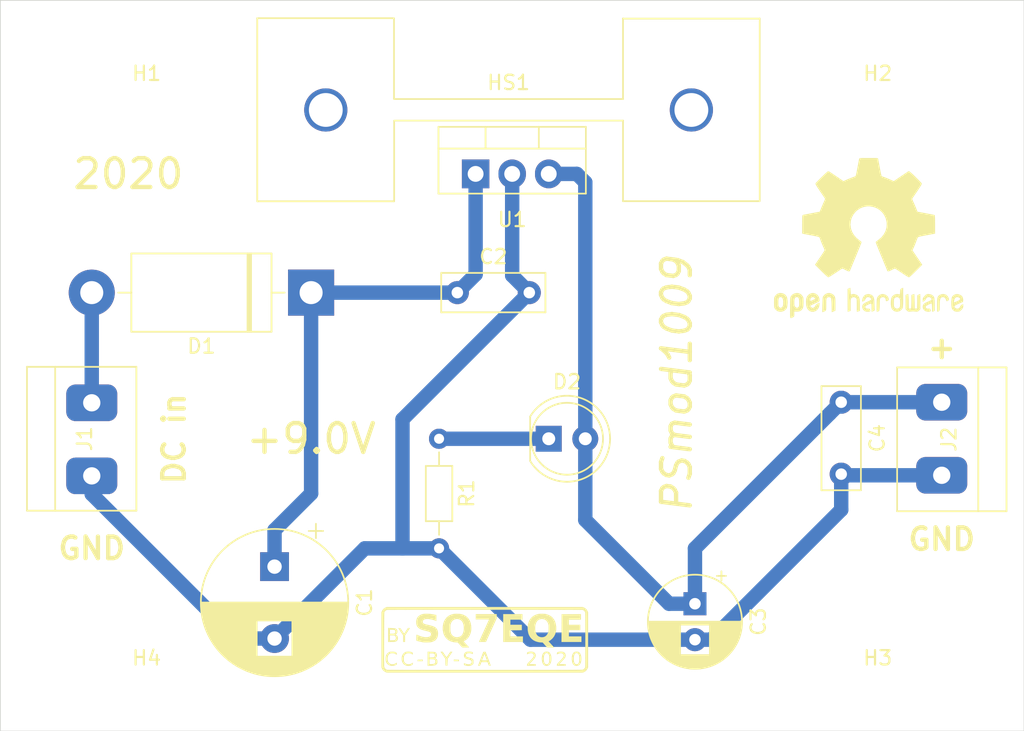
<source format=kicad_pcb>
(kicad_pcb (version 20171130) (host pcbnew 5.1.5+dfsg1-2build2)

  (general
    (thickness 1.6)
    (drawings 15)
    (tracks 37)
    (zones 0)
    (modules 17)
    (nets 6)
  )

  (page A4)
  (title_block
    (title "PSmod1009 PCB")
    (date 2020-10-29)
    (rev 1.0)
    (company "MSc Paweł Sobótka")
    (comment 1 "CC-BY-SA 4.0")
    (comment 2 "by SQ7EQE")
  )

  (layers
    (0 F.Cu signal)
    (31 B.Cu signal)
    (32 B.Adhes user)
    (33 F.Adhes user)
    (34 B.Paste user)
    (35 F.Paste user)
    (36 B.SilkS user)
    (37 F.SilkS user)
    (38 B.Mask user)
    (39 F.Mask user)
    (40 Dwgs.User user)
    (41 Cmts.User user)
    (42 Eco1.User user)
    (43 Eco2.User user)
    (44 Edge.Cuts user)
    (45 Margin user)
    (46 B.CrtYd user)
    (47 F.CrtYd user)
    (48 B.Fab user)
    (49 F.Fab user)
  )

  (setup
    (last_trace_width 1)
    (trace_clearance 0.4)
    (zone_clearance 0.508)
    (zone_45_only no)
    (trace_min 0.2)
    (via_size 0.8)
    (via_drill 0.4)
    (via_min_size 0.4)
    (via_min_drill 0.3)
    (uvia_size 0.3)
    (uvia_drill 0.1)
    (uvias_allowed no)
    (uvia_min_size 0.2)
    (uvia_min_drill 0.1)
    (edge_width 0.05)
    (segment_width 0.2)
    (pcb_text_width 0.3)
    (pcb_text_size 1.5 1.5)
    (mod_edge_width 0.12)
    (mod_text_size 1 1)
    (mod_text_width 0.15)
    (pad_size 1.524 1.524)
    (pad_drill 0.762)
    (pad_to_mask_clearance 0.051)
    (solder_mask_min_width 0.25)
    (aux_axis_origin 0 0)
    (visible_elements FFFFFF7F)
    (pcbplotparams
      (layerselection 0x010fc_ffffffff)
      (usegerberextensions false)
      (usegerberattributes false)
      (usegerberadvancedattributes false)
      (creategerberjobfile false)
      (excludeedgelayer true)
      (linewidth 0.150000)
      (plotframeref false)
      (viasonmask false)
      (mode 1)
      (useauxorigin false)
      (hpglpennumber 1)
      (hpglpenspeed 20)
      (hpglpendiameter 15.000000)
      (psnegative false)
      (psa4output false)
      (plotreference true)
      (plotvalue true)
      (plotinvisibletext false)
      (padsonsilk false)
      (subtractmaskfromsilk false)
      (outputformat 1)
      (mirror false)
      (drillshape 1)
      (scaleselection 1)
      (outputdirectory ""))
  )

  (net 0 "")
  (net 1 "Net-(C1-Pad1)")
  (net 2 GND)
  (net 3 "Net-(C3-Pad1)")
  (net 4 "Net-(D1-Pad2)")
  (net 5 "Net-(D2-Pad1)")

  (net_class Default "To jest domyślna klasa połączeń."
    (clearance 0.4)
    (trace_width 1)
    (via_dia 0.8)
    (via_drill 0.4)
    (uvia_dia 0.3)
    (uvia_drill 0.1)
    (add_net GND)
    (add_net "Net-(C1-Pad1)")
    (add_net "Net-(C3-Pad1)")
    (add_net "Net-(D1-Pad2)")
    (add_net "Net-(D2-Pad1)")
  )

  (module ups-pcb:DG301-5.0-2P (layer F.Cu) (tedit 5F9ADE78) (tstamp 5F994AC9)
    (at 191.135 107.99 90)
    (tags TerminalBlock)
    (path /5F9906BE)
    (fp_text reference J2 (at 0 0.5 90) (layer F.SilkS)
      (effects (font (size 1 1) (thickness 0.15)))
    )
    (fp_text value "DC out" (at 0 2.54 90) (layer F.Fab)
      (effects (font (size 1 1) (thickness 0.15)))
    )
    (fp_line (start -5 4.5) (end 5 4.5) (layer F.CrtYd) (width 0.12))
    (fp_line (start -5 -3.1) (end 5 -3.1) (layer F.CrtYd) (width 0.12))
    (fp_line (start -5 -3.1) (end -5 4.5) (layer F.CrtYd) (width 0.12))
    (fp_line (start 5 -3.1) (end 5 4.5) (layer F.CrtYd) (width 0.12))
    (fp_line (start -5 -3.1) (end 5 -3.1) (layer F.CrtYd) (width 0.12))
    (fp_line (start -5 -3.1) (end 5 -3.1) (layer F.SilkS) (width 0.12))
    (fp_line (start 5 -3.1) (end 5 4.5) (layer F.SilkS) (width 0.12))
    (fp_line (start -5 -3.1) (end -5 4.5) (layer F.SilkS) (width 0.12))
    (fp_line (start -5 4.5) (end 5 4.5) (layer F.SilkS) (width 0.12))
    (fp_line (start -5 2.54) (end 5 2.54) (layer F.SilkS) (width 0.12))
    (pad 1 thru_hole roundrect (at -2.5 0 90) (size 2.54 3.54) (drill 1.2) (layers *.Cu *.Mask) (roundrect_rratio 0.25)
      (net 2 GND))
    (pad 2 thru_hole roundrect (at 2.58 0 90) (size 2.54 3.54) (drill 1.2) (layers *.Cu *.Mask) (roundrect_rratio 0.25)
      (net 3 "Net-(C3-Pad1)"))
    (model ${KIPRJMOD}/packages3d/dg301-5.0P.step
      (at (xyz 0 0 0))
      (scale (xyz 1 1 1))
      (rotate (xyz 0 0 90))
    )
  )

  (module ups-pcb:DG301-5.0-2P (layer F.Cu) (tedit 5F9ADE78) (tstamp 5F994AB9)
    (at 132.08 107.95 270)
    (tags TerminalBlock)
    (path /5F9900ED)
    (fp_text reference J1 (at 0 0.5 90) (layer F.SilkS)
      (effects (font (size 1 1) (thickness 0.15)))
    )
    (fp_text value "DC inp" (at 0 2.54 90) (layer F.Fab)
      (effects (font (size 1 1) (thickness 0.15)))
    )
    (fp_line (start -5 4.5) (end 5 4.5) (layer F.CrtYd) (width 0.12))
    (fp_line (start -5 -3.1) (end 5 -3.1) (layer F.CrtYd) (width 0.12))
    (fp_line (start -5 -3.1) (end -5 4.5) (layer F.CrtYd) (width 0.12))
    (fp_line (start 5 -3.1) (end 5 4.5) (layer F.CrtYd) (width 0.12))
    (fp_line (start -5 -3.1) (end 5 -3.1) (layer F.CrtYd) (width 0.12))
    (fp_line (start -5 -3.1) (end 5 -3.1) (layer F.SilkS) (width 0.12))
    (fp_line (start 5 -3.1) (end 5 4.5) (layer F.SilkS) (width 0.12))
    (fp_line (start -5 -3.1) (end -5 4.5) (layer F.SilkS) (width 0.12))
    (fp_line (start -5 4.5) (end 5 4.5) (layer F.SilkS) (width 0.12))
    (fp_line (start -5 2.54) (end 5 2.54) (layer F.SilkS) (width 0.12))
    (pad 1 thru_hole roundrect (at -2.5 0 270) (size 2.54 3.54) (drill 1.2) (layers *.Cu *.Mask) (roundrect_rratio 0.25)
      (net 4 "Net-(D1-Pad2)"))
    (pad 2 thru_hole roundrect (at 2.58 0 270) (size 2.54 3.54) (drill 1.2) (layers *.Cu *.Mask) (roundrect_rratio 0.25)
      (net 2 GND))
    (model ${KIPRJMOD}/packages3d/dg301-5.0P.step
      (at (xyz 0 0 0))
      (scale (xyz 1 1 1))
      (rotate (xyz 0 0 90))
    )
  )

  (module ups-pcb:sk104_25.4mm (layer F.Cu) (tedit 5F9A176E) (tstamp 5F994AA9)
    (at 161.040001 85.09)
    (descr "radiator na profilu sk104")
    (tags heatsink)
    (path /5F98FE0B)
    (fp_text reference HS1 (at 0 -1.905) (layer F.SilkS)
      (effects (font (size 1 1) (thickness 0.15)))
    )
    (fp_text value sk104_25.4mm (at 0 -3.81) (layer F.Fab)
      (effects (font (size 1 1) (thickness 0.15)))
    )
    (fp_line (start -7.96 -6.37) (end -7.96 -0.77) (layer F.SilkS) (width 0.12))
    (fp_line (start 7.94 -6.35) (end 17.44 -6.35) (layer F.SilkS) (width 0.12))
    (fp_line (start 17.45 6.34) (end 17.45 -6.36) (layer F.SilkS) (width 0.12))
    (fp_line (start 7.94 6.34) (end 17.44 6.34) (layer F.SilkS) (width 0.12))
    (fp_line (start -17.47 -6.38) (end -7.97 -6.38) (layer F.SilkS) (width 0.12))
    (fp_line (start -17.46 6.35) (end -17.46 -6.35) (layer F.SilkS) (width 0.12))
    (fp_line (start -17.46 6.35) (end -7.96 6.35) (layer F.SilkS) (width 0.12))
    (fp_line (start -7.95 0.75) (end -7.95 6.35) (layer F.SilkS) (width 0.12))
    (fp_line (start 7.95 0.74) (end 7.95 6.34) (layer F.SilkS) (width 0.12))
    (fp_line (start -7.95 0.74) (end 7.95 0.74) (layer F.SilkS) (width 0.12))
    (fp_line (start 7.95 -6.36) (end 7.95 -0.76) (layer F.SilkS) (width 0.12))
    (fp_line (start -7.95 -0.76) (end 7.95 -0.76) (layer F.SilkS) (width 0.12))
    (fp_line (start 7.95 0.75) (end 7.95 6.35) (layer F.CrtYd) (width 0.12))
    (fp_line (start 7.95 -6.35) (end 7.95 -0.75) (layer F.CrtYd) (width 0.12))
    (fp_line (start 7.95 6.35) (end 17.45 6.35) (layer F.CrtYd) (width 0.12))
    (fp_line (start 7.95 -6.35) (end 17.45 -6.35) (layer F.CrtYd) (width 0.12))
    (fp_line (start -7.95 0.75) (end -7.95 6.35) (layer F.CrtYd) (width 0.12))
    (fp_line (start -7.95 -6.35) (end -7.95 -0.75) (layer F.CrtYd) (width 0.12))
    (fp_line (start -17.45 -6.35) (end -7.95 -6.35) (layer F.CrtYd) (width 0.12))
    (fp_line (start -17.45 6.35) (end -7.95 6.35) (layer F.CrtYd) (width 0.12))
    (fp_line (start -7.95 -0.75) (end 7.95 -0.75) (layer F.CrtYd) (width 0.12))
    (fp_line (start -7.95 0.75) (end 7.95 0.75) (layer F.CrtYd) (width 0.12))
    (fp_line (start 17.45 6.35) (end 17.45 -6.35) (layer F.CrtYd) (width 0.12))
    (fp_line (start -17.45 6.35) (end -17.45 -6.35) (layer F.CrtYd) (width 0.12))
    (pad "" np_thru_hole circle (at 12.7 0) (size 3 3) (drill 2.35) (layers *.Cu *.Mask))
    (pad "" np_thru_hole circle (at -12.7 0) (size 3 3) (drill 2.35) (layers *.Cu *.Mask))
    (model ${KIPRJMOD}/packages3d/sk104-1.step
      (offset (xyz -17.5 6.35 0))
      (scale (xyz 0.99 1 1))
      (rotate (xyz 0 0 0))
    )
  )

  (module ups-pcb:cc-by-sa (layer F.Cu) (tedit 0) (tstamp 5F999933)
    (at 159.385 121.92)
    (path /5F9A792F)
    (fp_text reference G1 (at 0 0) (layer F.SilkS) hide
      (effects (font (size 1.524 1.524) (thickness 0.3)))
    )
    (fp_text value CC-BY-SA (at 0.75 0) (layer F.SilkS) hide
      (effects (font (size 1.524 1.524) (thickness 0.3)))
    )
    (fp_poly (pts (xy 6.683375 -1.397) (xy 5.842 -1.397) (xy 5.842 -1.031875) (xy 6.63575 -1.031875)
      (xy 6.63575 -0.66675) (xy 5.842 -0.66675) (xy 5.842 -0.22225) (xy 6.715125 -0.22225)
      (xy 6.715125 0.15875) (xy 5.333754 0.15875) (xy 5.337845 -0.805657) (xy 5.341937 -1.770063)
      (xy 6.683375 -1.778345) (xy 6.683375 -1.397)) (layer F.SilkS) (width 0.01))
    (fp_poly (pts (xy 2.619375 -1.397) (xy 1.778 -1.397) (xy 1.778 -1.031875) (xy 2.57175 -1.031875)
      (xy 2.57175 -0.667305) (xy 2.178843 -0.663059) (xy 1.785937 -0.658813) (xy 1.78152 -0.440532)
      (xy 1.777104 -0.22225) (xy 2.651125 -0.22225) (xy 2.651125 0.15875) (xy 1.285875 0.15875)
      (xy 1.285875 -1.778) (xy 2.619375 -1.778) (xy 2.619375 -1.397)) (layer F.SilkS) (width 0.01))
    (fp_poly (pts (xy 0.8255 -1.481033) (xy 0.453404 -0.66511) (xy 0.081309 0.150812) (xy -0.157783 0.155194)
      (xy -0.240817 0.156049) (xy -0.311325 0.155504) (xy -0.363833 0.153701) (xy -0.392869 0.150786)
      (xy -0.396875 0.148916) (xy -0.390494 0.132828) (xy -0.372165 0.090576) (xy -0.34311 0.024887)
      (xy -0.30455 -0.061512) (xy -0.257708 -0.165896) (xy -0.203804 -0.285537) (xy -0.144061 -0.41771)
      (xy -0.0797 -0.559687) (xy -0.053998 -0.616276) (xy 0.012073 -0.761733) (xy 0.074262 -0.89876)
      (xy 0.131311 -1.02458) (xy 0.181964 -1.136416) (xy 0.224963 -1.231489) (xy 0.259053 -1.307021)
      (xy 0.282975 -1.360236) (xy 0.295473 -1.388355) (xy 0.29695 -1.391842) (xy 0.294239 -1.398059)
      (xy 0.27883 -1.402975) (xy 0.24777 -1.406727) (xy 0.198103 -1.409452) (xy 0.126877 -1.411286)
      (xy 0.031138 -1.412367) (xy -0.09207 -1.412831) (xy -0.157052 -1.412875) (xy -0.619125 -1.412875)
      (xy -0.619125 -1.778) (xy 0.8255 -1.778) (xy 0.8255 -1.481033)) (layer F.SilkS) (width 0.01))
    (fp_poly (pts (xy -5.230603 -0.807809) (xy -5.208576 -0.803272) (xy -5.207 -0.801464) (xy -5.215403 -0.786323)
      (xy -5.238786 -0.749063) (xy -5.274418 -0.693914) (xy -5.319564 -0.625105) (xy -5.371491 -0.546865)
      (xy -5.373688 -0.543572) (xy -5.540375 -0.293843) (xy -5.540375 0.15875) (xy -5.667375 0.15875)
      (xy -5.667375 -0.302646) (xy -5.834063 -0.546581) (xy -5.886641 -0.624062) (xy -5.932406 -0.692528)
      (xy -5.96855 -0.747695) (xy -5.992267 -0.785279) (xy -6.00075 -0.800984) (xy -5.986669 -0.806346)
      (xy -5.951239 -0.80749) (xy -5.933282 -0.80657) (xy -5.906822 -0.803979) (xy -5.885329 -0.797899)
      (xy -5.864783 -0.784294) (xy -5.841163 -0.75913) (xy -5.81045 -0.718372) (xy -5.768623 -0.657985)
      (xy -5.73322 -0.605776) (xy -5.600628 -0.409864) (xy -5.467131 -0.609745) (xy -5.333634 -0.809625)
      (xy -5.270317 -0.809625) (xy -5.230603 -0.807809)) (layer F.SilkS) (width 0.01))
    (fp_poly (pts (xy -6.480969 -0.806715) (xy -6.373205 -0.802568) (xy -6.291718 -0.795803) (xy -6.231058 -0.784911)
      (xy -6.185773 -0.768385) (xy -6.150409 -0.744716) (xy -6.119516 -0.712397) (xy -6.113694 -0.705145)
      (xy -6.079451 -0.640165) (xy -6.0679 -0.567735) (xy -6.077953 -0.496361) (xy -6.108522 -0.434547)
      (xy -6.153559 -0.393594) (xy -6.20932 -0.360695) (xy -6.150344 -0.327191) (xy -6.086407 -0.275748)
      (xy -6.04848 -0.207875) (xy -6.035603 -0.121583) (xy -6.036529 -0.091068) (xy -6.050675 -0.008265)
      (xy -6.083757 0.053613) (xy -6.140474 0.102015) (xy -6.168338 0.117973) (xy -6.197309 0.131076)
      (xy -6.230411 0.140547) (xy -6.273697 0.147144) (xy -6.333222 0.151628) (xy -6.415043 0.154757)
      (xy -6.473032 0.156206) (xy -6.715125 0.161599) (xy -6.715125 -0.301625) (xy -6.588125 -0.301625)
      (xy -6.588125 0.050515) (xy -6.421763 0.045101) (xy -6.346238 0.042089) (xy -6.295238 0.03784)
      (xy -6.261537 0.030722) (xy -6.237912 0.019106) (xy -6.21714 0.001365) (xy -6.213987 -0.001762)
      (xy -6.181102 -0.054216) (xy -6.169725 -0.117162) (xy -6.178255 -0.181601) (xy -6.205094 -0.238533)
      (xy -6.248645 -0.278962) (xy -6.264552 -0.286459) (xy -6.29832 -0.293358) (xy -6.353796 -0.298615)
      (xy -6.420951 -0.301393) (xy -6.446284 -0.301625) (xy -6.588125 -0.301625) (xy -6.715125 -0.301625)
      (xy -6.715125 -0.6985) (xy -6.588125 -0.6985) (xy -6.588125 -0.409775) (xy -6.431004 -0.415232)
      (xy -6.353676 -0.41906) (xy -6.301212 -0.425009) (xy -6.266736 -0.434369) (xy -6.243374 -0.448428)
      (xy -6.240504 -0.45093) (xy -6.216982 -0.49018) (xy -6.206369 -0.545749) (xy -6.210465 -0.604212)
      (xy -6.216987 -0.626352) (xy -6.245598 -0.66103) (xy -6.301106 -0.684257) (xy -6.384677 -0.696391)
      (xy -6.4524 -0.6985) (xy -6.588125 -0.6985) (xy -6.715125 -0.6985) (xy -6.715125 -0.813086)
      (xy -6.480969 -0.806715)) (layer F.SilkS) (width 0.01))
    (fp_poly (pts (xy -3.856768 -1.79492) (xy -3.697368 -1.777273) (xy -3.535998 -1.749854) (xy -3.472657 -1.736304)
      (xy -3.3655 -1.711956) (xy -3.3655 -1.303968) (xy -3.490551 -1.349606) (xy -3.627449 -1.392503)
      (xy -3.765107 -1.42264) (xy -3.897804 -1.439572) (xy -4.01982 -1.442851) (xy -4.125433 -1.432029)
      (xy -4.208923 -1.406661) (xy -4.210597 -1.405875) (xy -4.267552 -1.364213) (xy -4.301901 -1.308664)
      (xy -4.312859 -1.246584) (xy -4.29964 -1.185328) (xy -4.261458 -1.132252) (xy -4.241488 -1.11659)
      (xy -4.199688 -1.095814) (xy -4.139082 -1.074343) (xy -4.072203 -1.056567) (xy -4.066863 -1.055416)
      (xy -3.899498 -1.018362) (xy -3.760475 -0.983585) (xy -3.646574 -0.949929) (xy -3.554573 -0.916238)
      (xy -3.481253 -0.881354) (xy -3.423391 -0.844121) (xy -3.384625 -0.810433) (xy -3.314511 -0.718244)
      (xy -3.268382 -0.607344) (xy -3.247045 -0.480722) (xy -3.251311 -0.341369) (xy -3.253401 -0.325218)
      (xy -3.284785 -0.188755) (xy -3.338378 -0.074408) (xy -3.41502 0.018692) (xy -3.515551 0.091415)
      (xy -3.640811 0.144629) (xy -3.729524 0.16784) (xy -3.785659 0.175867) (xy -3.864358 0.182087)
      (xy -3.956473 0.186296) (xy -4.05286 0.188289) (xy -4.144372 0.187863) (xy -4.221862 0.184813)
      (xy -4.270375 0.179925) (xy -4.348502 0.165574) (xy -4.442739 0.145287) (xy -4.53895 0.122333)
      (xy -4.623002 0.099978) (xy -4.647407 0.092755) (xy -4.746625 0.062224) (xy -4.746625 -0.145212)
      (xy -4.745924 -0.233289) (xy -4.743573 -0.293345) (xy -4.739205 -0.329083) (xy -4.732452 -0.344207)
      (xy -4.726782 -0.344807) (xy -4.704075 -0.335549) (xy -4.659732 -0.317257) (xy -4.601426 -0.293104)
      (xy -4.56882 -0.279563) (xy -4.420469 -0.224763) (xy -4.284205 -0.190067) (xy -4.149603 -0.173191)
      (xy -4.071938 -0.170674) (xy -3.951293 -0.177403) (xy -3.858001 -0.198919) (xy -3.790981 -0.235887)
      (xy -3.749148 -0.288971) (xy -3.73142 -0.358836) (xy -3.730625 -0.380148) (xy -3.737544 -0.442943)
      (xy -3.760113 -0.485932) (xy -3.762836 -0.488963) (xy -3.784128 -0.510106) (xy -3.807511 -0.528099)
      (xy -3.83707 -0.544365) (xy -3.876888 -0.560328) (xy -3.931052 -0.577411) (xy -4.003644 -0.597037)
      (xy -4.09875 -0.620632) (xy -4.220454 -0.649617) (xy -4.230688 -0.652029) (xy -4.386509 -0.697965)
      (xy -4.513679 -0.756253) (xy -4.613284 -0.828127) (xy -4.686411 -0.914819) (xy -4.734148 -1.017562)
      (xy -4.757583 -1.137588) (xy -4.759344 -1.251438) (xy -4.740951 -1.38711) (xy -4.699594 -1.502097)
      (xy -4.633903 -1.598174) (xy -4.542506 -1.677112) (xy -4.424033 -1.740686) (xy -4.362906 -1.764272)
      (xy -4.267267 -1.787471) (xy -4.147306 -1.800194) (xy -4.00861 -1.802619) (xy -3.856768 -1.79492)) (layer F.SilkS) (width 0.01))
    (fp_poly (pts (xy 4.087612 -1.797844) (xy 4.193582 -1.788715) (xy 4.279532 -1.77348) (xy 4.28625 -1.771726)
      (xy 4.451306 -1.712893) (xy 4.593578 -1.631958) (xy 4.71303 -1.528966) (xy 4.809628 -1.403963)
      (xy 4.883335 -1.256993) (xy 4.934118 -1.088103) (xy 4.961941 -0.897336) (xy 4.961973 -0.896938)
      (xy 4.963268 -0.711119) (xy 4.937256 -0.535334) (xy 4.885111 -0.372124) (xy 4.808004 -0.224033)
      (xy 4.70711 -0.093603) (xy 4.583599 0.016624) (xy 4.521234 0.058784) (xy 4.427854 0.116422)
      (xy 4.481065 0.173304) (xy 4.512428 0.207239) (xy 4.558864 0.257989) (xy 4.614192 0.318782)
      (xy 4.672235 0.382843) (xy 4.674156 0.384968) (xy 4.814034 0.53975) (xy 4.336267 0.53975)
      (xy 4.182172 0.367332) (xy 4.028078 0.194915) (xy 3.88332 0.185628) (xy 3.69886 0.160817)
      (xy 3.533275 0.111678) (xy 3.387517 0.038895) (xy 3.262542 -0.05685) (xy 3.159303 -0.174873)
      (xy 3.078754 -0.314491) (xy 3.038058 -0.419457) (xy 3.008383 -0.542476) (xy 2.99071 -0.683876)
      (xy 2.988832 -0.738448) (xy 3.497536 -0.738448) (xy 3.512708 -0.608851) (xy 3.543322 -0.488071)
      (xy 3.589299 -0.381928) (xy 3.650559 -0.296241) (xy 3.670206 -0.276917) (xy 3.76166 -0.214838)
      (xy 3.867457 -0.177492) (xy 3.980891 -0.165842) (xy 4.095255 -0.180853) (xy 4.167187 -0.205482)
      (xy 4.23743 -0.249857) (xy 4.305416 -0.317212) (xy 4.363816 -0.399184) (xy 4.398682 -0.469602)
      (xy 4.413496 -0.510047) (xy 4.423849 -0.548931) (xy 4.430537 -0.593243) (xy 4.434357 -0.649976)
      (xy 4.436107 -0.726122) (xy 4.436544 -0.801688) (xy 4.436283 -0.896989) (xy 4.434482 -0.967746)
      (xy 4.430326 -1.021157) (xy 4.423003 -1.06442) (xy 4.4117 -1.104733) (xy 4.397999 -1.143)
      (xy 4.3411 -1.254465) (xy 4.265067 -1.341164) (xy 4.171679 -1.401944) (xy 4.062713 -1.435649)
      (xy 3.939948 -1.441126) (xy 3.938845 -1.441048) (xy 3.82513 -1.420804) (xy 3.729674 -1.37654)
      (xy 3.656078 -1.315048) (xy 3.592852 -1.228642) (xy 3.545464 -1.12196) (xy 3.513835 -1.000822)
      (xy 3.497885 -0.871045) (xy 3.497536 -0.738448) (xy 2.988832 -0.738448) (xy 2.985596 -0.832424)
      (xy 2.993597 -0.976888) (xy 3.00616 -1.063625) (xy 3.052575 -1.230696) (xy 3.124735 -1.379817)
      (xy 3.221206 -1.509448) (xy 3.340552 -1.61805) (xy 3.481338 -1.704082) (xy 3.642129 -1.766004)
      (xy 3.667125 -1.772917) (xy 3.751378 -1.788405) (xy 3.85633 -1.797709) (xy 3.971802 -1.800849)
      (xy 4.087612 -1.797844)) (layer F.SilkS) (width 0.01))
    (fp_poly (pts (xy -1.755001 -1.792265) (xy -1.604178 -1.767851) (xy -1.471404 -1.724952) (xy -1.351736 -1.661875)
      (xy -1.240232 -1.576926) (xy -1.217136 -1.555911) (xy -1.111612 -1.435933) (xy -1.031148 -1.2968)
      (xy -0.975693 -1.138365) (xy -0.945199 -0.960481) (xy -0.939613 -0.762999) (xy -0.940211 -0.747054)
      (xy -0.945877 -0.651672) (xy -0.955098 -0.575891) (xy -0.969945 -0.507594) (xy -0.992493 -0.434665)
      (xy -0.99481 -0.427924) (xy -1.062259 -0.273534) (xy -1.15007 -0.139003) (xy -1.255903 -0.027244)
      (xy -1.377417 0.058828) (xy -1.392047 0.066818) (xy -1.431782 0.090169) (xy -1.45648 0.109055)
      (xy -1.4605 0.115281) (xy -1.450405 0.130788) (xy -1.422647 0.165194) (xy -1.381019 0.213996)
      (xy -1.329317 0.272689) (xy -1.306715 0.29787) (xy -1.248911 0.361986) (xy -1.196332 0.420402)
      (xy -1.15382 0.46773) (xy -1.12622 0.498582) (xy -1.121385 0.504031) (xy -1.089841 0.53975)
      (xy -1.326765 0.539718) (xy -1.563688 0.539687) (xy -1.717467 0.367554) (xy -1.871245 0.19542)
      (xy -2.019092 0.185187) (xy -2.191282 0.163535) (xy -2.341209 0.122919) (xy -2.473361 0.061471)
      (xy -2.592229 -0.022674) (xy -2.652384 -0.078117) (xy -2.746756 -0.188402) (xy -2.818713 -0.309851)
      (xy -2.87003 -0.446873) (xy -2.902482 -0.603874) (xy -2.915068 -0.73025) (xy -2.914676 -0.809625)
      (xy -2.388706 -0.809625) (xy -2.387194 -0.687929) (xy -2.381223 -0.591604) (xy -2.369441 -0.514424)
      (xy -2.350495 -0.450162) (xy -2.323034 -0.392592) (xy -2.285775 -0.335583) (xy -2.211607 -0.25902)
      (xy -2.119422 -0.204893) (xy -2.014775 -0.174374) (xy -1.903225 -0.168632) (xy -1.790329 -0.188837)
      (xy -1.719198 -0.216277) (xy -1.663933 -0.248129) (xy -1.614047 -0.286013) (xy -1.593629 -0.306405)
      (xy -1.532046 -0.400994) (xy -1.48729 -0.515074) (xy -1.459275 -0.642492) (xy -1.44791 -0.777093)
      (xy -1.453107 -0.912723) (xy -1.474777 -1.043227) (xy -1.512831 -1.162452) (xy -1.56718 -1.264242)
      (xy -1.608204 -1.315048) (xy -1.691337 -1.38252) (xy -1.788532 -1.424099) (xy -1.890971 -1.441048)
      (xy -2.013447 -1.435427) (xy -2.123418 -1.401255) (xy -2.21839 -1.34011) (xy -2.295869 -1.253572)
      (xy -2.350713 -1.15) (xy -2.365335 -1.110276) (xy -2.375632 -1.072251) (xy -2.382362 -1.029137)
      (xy -2.386281 -0.974147) (xy -2.388148 -0.900493) (xy -2.388706 -0.809625) (xy -2.914676 -0.809625)
      (xy -2.914145 -0.916702) (xy -2.887781 -1.091387) (xy -2.837149 -1.251888) (xy -2.763418 -1.395787)
      (xy -2.667759 -1.520666) (xy -2.551344 -1.624107) (xy -2.45264 -1.685367) (xy -2.354133 -1.732201)
      (xy -2.260559 -1.765058) (xy -2.162716 -1.78595) (xy -2.051402 -1.796888) (xy -1.928813 -1.799889)
      (xy -1.755001 -1.792265)) (layer F.SilkS) (width 0.01))
    (fp_poly (pts (xy -1.801813 1.389062) (xy -1.796838 1.440656) (xy -1.791864 1.49225) (xy -2.143125 1.49225)
      (xy -2.143125 1.38005) (xy -1.801813 1.389062)) (layer F.SilkS) (width 0.01))
    (fp_poly (pts (xy -4.318 1.49225) (xy -4.669262 1.49225) (xy -4.664288 1.440656) (xy -4.659313 1.389062)
      (xy -4.488657 1.384556) (xy -4.318 1.38005) (xy -4.318 1.49225)) (layer F.SilkS) (width 0.01))
    (fp_poly (pts (xy 5.414518 0.840332) (xy 5.491743 0.868822) (xy 5.505684 0.877232) (xy 5.568258 0.936395)
      (xy 5.606721 1.01167) (xy 5.619643 1.096952) (xy 5.605596 1.186137) (xy 5.588219 1.229858)
      (xy 5.566808 1.262981) (xy 5.527515 1.313402) (xy 5.474772 1.37583) (xy 5.413009 1.444976)
      (xy 5.364628 1.496808) (xy 5.172567 1.698625) (xy 5.61975 1.698625) (xy 5.61975 1.80975)
      (xy 5.0165 1.80975) (xy 5.0165 1.751789) (xy 5.018193 1.729512) (xy 5.025265 1.707218)
      (xy 5.040707 1.681003) (xy 5.067508 1.646966) (xy 5.108658 1.601206) (xy 5.167146 1.53982)
      (xy 5.222692 1.482714) (xy 5.314782 1.386252) (xy 5.384938 1.307152) (xy 5.435308 1.242087)
      (xy 5.468044 1.187729) (xy 5.485294 1.140753) (xy 5.489209 1.097831) (xy 5.486428 1.074593)
      (xy 5.460282 1.010519) (xy 5.411693 0.965715) (xy 5.344122 0.941093) (xy 5.261031 0.937566)
      (xy 5.165882 0.956045) (xy 5.110558 0.975556) (xy 5.014748 1.014487) (xy 5.019592 0.94834)
      (xy 5.023444 0.911963) (xy 5.033199 0.889602) (xy 5.056207 0.874231) (xy 5.099815 0.858821)
      (xy 5.119687 0.85262) (xy 5.219299 0.831645) (xy 5.32064 0.827745) (xy 5.414518 0.840332)) (layer F.SilkS) (width 0.01))
    (fp_poly (pts (xy 3.347706 0.845727) (xy 3.42663 0.883406) (xy 3.48688 0.938552) (xy 3.525132 1.009439)
      (xy 3.538062 1.094345) (xy 3.537027 1.116638) (xy 3.530481 1.161287) (xy 3.516779 1.20444)
      (xy 3.493196 1.250103) (xy 3.457008 1.302283) (xy 3.405491 1.364985) (xy 3.335919 1.442214)
      (xy 3.262691 1.520031) (xy 3.092637 1.698625) (xy 3.540125 1.698625) (xy 3.540125 1.80975)
      (xy 2.936875 1.80975) (xy 2.936875 1.752386) (xy 2.938666 1.730158) (xy 2.946021 1.707618)
      (xy 2.961911 1.680856) (xy 2.989309 1.645961) (xy 3.031186 1.599023) (xy 3.090514 1.536133)
      (xy 3.141566 1.483063) (xy 3.216753 1.403127) (xy 3.282473 1.329216) (xy 3.334947 1.265814)
      (xy 3.370393 1.217405) (xy 3.38136 1.198592) (xy 3.406556 1.121009) (xy 3.401808 1.053537)
      (xy 3.367 0.995405) (xy 3.347867 0.977269) (xy 3.287194 0.945957) (xy 3.208406 0.935738)
      (xy 3.117148 0.946647) (xy 3.027313 0.975259) (xy 2.935189 1.01314) (xy 2.94 0.947579)
      (xy 2.944194 0.910208) (xy 2.954975 0.887729) (xy 2.980081 0.872345) (xy 3.027252 0.856253)
      (xy 3.032125 0.854729) (xy 3.147129 0.829664) (xy 3.253431 0.827238) (xy 3.347706 0.845727)) (layer F.SilkS) (width 0.01))
    (fp_poly (pts (xy 0.23433 1.313284) (xy 0.277953 1.428996) (xy 0.317716 1.535189) (xy 0.352277 1.628225)
      (xy 0.380296 1.704465) (xy 0.40043 1.76027) (xy 0.41134 1.792001) (xy 0.412924 1.797843)
      (xy 0.39873 1.805359) (xy 0.363563 1.809481) (xy 0.35039 1.80975) (xy 0.314843 1.808212)
      (xy 0.292716 1.798823) (xy 0.276176 1.774422) (xy 0.257388 1.727844) (xy 0.255605 1.723084)
      (xy 0.235743 1.667716) (xy 0.219504 1.618451) (xy 0.213056 1.596084) (xy 0.202933 1.55575)
      (xy -0.2355 1.55575) (xy -0.263198 1.631156) (xy -0.290899 1.706355) (xy -0.31093 1.756825)
      (xy -0.326979 1.787483) (xy -0.342736 1.803249) (xy -0.361888 1.809042) (xy -0.388126 1.809779)
      (xy -0.397135 1.80975) (xy -0.438268 1.807697) (xy -0.454663 1.799281) (xy -0.453476 1.781968)
      (xy -0.445713 1.760597) (xy -0.428087 1.713463) (xy -0.402071 1.64446) (xy -0.369138 1.557482)
      (xy -0.33076 1.456424) (xy -0.32232 1.434254) (xy -0.1905 1.434254) (xy -0.1757 1.438439)
      (xy -0.13559 1.441816) (xy -0.076608 1.443998) (xy -0.017521 1.444625) (xy 0.155458 1.444625)
      (xy 0.075361 1.226343) (xy 0.046277 1.148194) (xy 0.020388 1.080687) (xy -0.00009 1.029455)
      (xy -0.012936 1.000129) (xy -0.015499 0.995725) (xy -0.023472 1.006291) (xy -0.039988 1.040541)
      (xy -0.06261 1.092369) (xy -0.0889 1.155669) (xy -0.116423 1.224333) (xy -0.142741 1.292254)
      (xy -0.165416 1.353327) (xy -0.182013 1.401445) (xy -0.190095 1.430501) (xy -0.1905 1.434254)
      (xy -0.32232 1.434254) (xy -0.28841 1.34518) (xy -0.27185 1.30175) (xy -0.099264 0.849312)
      (xy -0.021851 0.844972) (xy 0.055562 0.840631) (xy 0.23433 1.313284)) (layer F.SilkS) (width 0.01))
    (fp_poly (pts (xy -2.794 1.031875) (xy -2.747908 1.099519) (xy -2.707577 1.156545) (xy -2.676434 1.19827)
      (xy -2.657905 1.220016) (xy -2.654781 1.222071) (xy -2.642382 1.209406) (xy -2.616177 1.174801)
      (xy -2.579569 1.122996) (xy -2.535963 1.058731) (xy -2.517965 1.031571) (xy -2.392741 0.841375)
      (xy -2.253742 0.841375) (xy -2.416715 1.083468) (xy -2.579688 1.325562) (xy -2.587625 1.563687)
      (xy -2.595563 1.801812) (xy -2.651693 1.806536) (xy -2.692147 1.80677) (xy -2.717575 1.80114)
      (xy -2.719162 1.799922) (xy -2.723201 1.78078) (xy -2.726606 1.735861) (xy -2.729094 1.671135)
      (xy -2.730383 1.592574) (xy -2.7305 1.559589) (xy -2.7305 1.330595) (xy -2.89793 1.085985)
      (xy -3.065359 0.841375) (xy -2.921627 0.841375) (xy -2.794 1.031875)) (layer F.SilkS) (width 0.01))
    (fp_poly (pts (xy -3.726657 0.843918) (xy -3.616147 0.847631) (xy -3.532374 0.854378) (xy -3.470349 0.865962)
      (xy -3.425081 0.884185) (xy -3.391583 0.91085) (xy -3.364864 0.94776) (xy -3.347377 0.980957)
      (xy -3.325053 1.05749) (xy -3.328948 1.133015) (xy -3.357006 1.20026) (xy -3.40717 1.251953)
      (xy -3.427423 1.263955) (xy -3.448028 1.276116) (xy -3.448253 1.287005) (xy -3.425192 1.303596)
      (xy -3.406192 1.314928) (xy -3.342198 1.365081) (xy -3.304168 1.427201) (xy -3.28951 1.506566)
      (xy -3.289967 1.551505) (xy -3.295755 1.611799) (xy -3.307676 1.652706) (xy -3.330072 1.686538)
      (xy -3.342423 1.700304) (xy -3.379207 1.735129) (xy -3.418443 1.760997) (xy -3.46579 1.779436)
      (xy -3.526905 1.791976) (xy -3.607445 1.800144) (xy -3.713068 1.805468) (xy -3.734594 1.806222)
      (xy -3.96875 1.814064) (xy -3.96875 1.349375) (xy -3.84175 1.349375) (xy -3.84175 1.698625)
      (xy -3.706303 1.698625) (xy -3.625761 1.695576) (xy -3.55832 1.687205) (xy -3.517081 1.676156)
      (xy -3.463223 1.640804) (xy -3.433203 1.587777) (xy -3.424671 1.520031) (xy -3.435805 1.445055)
      (xy -3.468304 1.390966) (xy -3.502929 1.367003) (xy -3.535618 1.359206) (xy -3.59055 1.353174)
      (xy -3.658232 1.349794) (xy -3.691685 1.349375) (xy -3.84175 1.349375) (xy -3.96875 1.349375)
      (xy -3.96875 0.9525) (xy -3.84175 0.9525) (xy -3.84175 1.23825) (xy -3.717119 1.23825)
      (xy -3.649808 1.236001) (xy -3.588417 1.230073) (xy -3.545197 1.221695) (xy -3.542159 1.220705)
      (xy -3.495682 1.195365) (xy -3.469925 1.155363) (xy -3.460906 1.093899) (xy -3.46075 1.081695)
      (xy -3.466646 1.031894) (xy -3.488623 0.997532) (xy -3.502579 0.985402) (xy -3.52756 0.969404)
      (xy -3.558176 0.95951) (xy -3.602324 0.954357) (xy -3.667903 0.952579) (xy -3.693079 0.9525)
      (xy -3.84175 0.9525) (xy -3.96875 0.9525) (xy -3.96875 0.838525) (xy -3.726657 0.843918)) (layer F.SilkS) (width 0.01))
    (fp_poly (pts (xy 6.457557 0.833937) (xy 6.538086 0.865471) (xy 6.603233 0.924142) (xy 6.639368 0.979129)
      (xy 6.678784 1.077808) (xy 6.702959 1.195343) (xy 6.7115 1.322527) (xy 6.704014 1.450153)
      (xy 6.68011 1.569012) (xy 6.666303 1.610866) (xy 6.617376 1.701305) (xy 6.549273 1.768067)
      (xy 6.465954 1.809156) (xy 6.371378 1.822578) (xy 6.275025 1.807976) (xy 6.216922 1.777728)
      (xy 6.159984 1.725118) (xy 6.112231 1.658787) (xy 6.087525 1.605959) (xy 6.07041 1.537508)
      (xy 6.058321 1.448505) (xy 6.053045 1.368715) (xy 6.179689 1.368715) (xy 6.188037 1.469951)
      (xy 6.2065 1.557789) (xy 6.216258 1.58586) (xy 6.242165 1.63488) (xy 6.27406 1.675469)
      (xy 6.282545 1.683047) (xy 6.338873 1.70905) (xy 6.404161 1.712537) (xy 6.465017 1.693541)
      (xy 6.481587 1.682548) (xy 6.524367 1.629628) (xy 6.554732 1.548585) (xy 6.57235 1.440661)
      (xy 6.577051 1.325562) (xy 6.573147 1.210691) (xy 6.561325 1.121369) (xy 6.540336 1.052104)
      (xy 6.508933 0.997404) (xy 6.499965 0.986138) (xy 6.445025 0.942072) (xy 6.382776 0.925686)
      (xy 6.320437 0.93643) (xy 6.265227 0.973752) (xy 6.24017 1.005966) (xy 6.211695 1.072706)
      (xy 6.191881 1.161283) (xy 6.181091 1.262889) (xy 6.179689 1.368715) (xy 6.053045 1.368715)
      (xy 6.051796 1.349832) (xy 6.051373 1.252369) (xy 6.057593 1.166997) (xy 6.063935 1.129609)
      (xy 6.097699 1.01755) (xy 6.144056 0.933366) (xy 6.205031 0.874991) (xy 6.282647 0.84036)
      (xy 6.359318 0.828283) (xy 6.457557 0.833937)) (layer F.SilkS) (width 0.01))
    (fp_poly (pts (xy 4.374985 0.834127) (xy 4.454852 0.86409) (xy 4.51878 0.920366) (xy 4.560444 0.985472)
      (xy 4.600661 1.088937) (xy 4.624414 1.204651) (xy 4.632148 1.325807) (xy 4.624308 1.445594)
      (xy 4.60134 1.557204) (xy 4.563688 1.653827) (xy 4.511863 1.728586) (xy 4.434706 1.788269)
      (xy 4.346135 1.818748) (xy 4.248478 1.819441) (xy 4.19507 1.80789) (xy 4.124405 1.771377)
      (xy 4.06385 1.707188) (xy 4.016026 1.6185) (xy 3.998978 1.570201) (xy 3.977309 1.46807)
      (xy 3.971227 1.391767) (xy 4.098558 1.391767) (xy 4.112178 1.507525) (xy 4.140751 1.598818)
      (xy 4.183768 1.664486) (xy 4.240722 1.703367) (xy 4.302105 1.7145) (xy 4.354126 1.708749)
      (xy 4.39311 1.686557) (xy 4.412816 1.667338) (xy 4.444097 1.622032) (xy 4.46995 1.564704)
      (xy 4.476146 1.544307) (xy 4.486442 1.482384) (xy 4.49261 1.400895) (xy 4.494615 1.310418)
      (xy 4.492425 1.221533) (xy 4.486008 1.144819) (xy 4.477529 1.098269) (xy 4.444943 1.020537)
      (xy 4.398359 0.965252) (xy 4.34291 0.933276) (xy 4.283729 0.925472) (xy 4.225949 0.942702)
      (xy 4.174704 0.985829) (xy 4.140903 1.041702) (xy 4.120344 1.10756) (xy 4.105578 1.195548)
      (xy 4.100398 1.252708) (xy 4.098558 1.391767) (xy 3.971227 1.391767) (xy 3.968141 1.353063)
      (xy 3.971103 1.235281) (xy 3.985826 1.124827) (xy 4.011938 1.031804) (xy 4.019349 1.014301)
      (xy 4.069585 0.928873) (xy 4.13103 0.871368) (xy 4.207908 0.838734) (xy 4.276249 0.828862)
      (xy 4.374985 0.834127)) (layer F.SilkS) (width 0.01))
    (fp_poly (pts (xy -1.038823 0.829878) (xy -0.957797 0.836938) (xy -0.912813 0.8457) (xy -0.866226 0.859585)
      (xy -0.842106 0.874338) (xy -0.832139 0.898594) (xy -0.828578 0.933171) (xy -0.823718 0.999249)
      (xy -0.883034 0.974465) (xy -0.974079 0.945607) (xy -1.065838 0.932668) (xy -1.151461 0.93529)
      (xy -1.2241 0.953112) (xy -1.276906 0.985775) (xy -1.285734 0.995613) (xy -1.311349 1.048315)
      (xy -1.315874 1.106466) (xy -1.299241 1.157956) (xy -1.286713 1.173912) (xy -1.251728 1.197267)
      (xy -1.202516 1.217499) (xy -1.187494 1.221737) (xy -1.088927 1.246421) (xy -1.01586 1.265834)
      (xy -0.962902 1.28204) (xy -0.92466 1.297101) (xy -0.895743 1.31308) (xy -0.870759 1.33204)
      (xy -0.849753 1.350953) (xy -0.785813 1.410596) (xy -0.785813 1.669153) (xy -0.850652 1.729634)
      (xy -0.92385 1.778596) (xy -1.016265 1.811191) (xy -1.118824 1.825463) (xy -1.222455 1.819457)
      (xy -1.246188 1.814846) (xy -1.279331 1.806605) (xy -1.329215 1.793324) (xy -1.361282 1.784494)
      (xy -1.409093 1.770141) (xy -1.433875 1.756268) (xy -1.443196 1.734884) (xy -1.444625 1.697995)
      (xy -1.444625 1.696483) (xy -1.442769 1.656001) (xy -1.434875 1.640553) (xy -1.417457 1.643523)
      (xy -1.416844 1.643787) (xy -1.303537 1.684745) (xy -1.198755 1.706931) (xy -1.105522 1.711113)
      (xy -1.02686 1.698061) (xy -0.965791 1.668542) (xy -0.925337 1.623325) (xy -0.90852 1.563179)
      (xy -0.91189 1.5154) (xy -0.930649 1.466466) (xy -0.968895 1.428201) (xy -1.030627 1.3979)
      (xy -1.119848 1.372859) (xy -1.124222 1.37189) (xy -1.240497 1.340509) (xy -1.327919 1.302689)
      (xy -1.38911 1.256178) (xy -1.42669 1.198722) (xy -1.443279 1.128068) (xy -1.444625 1.096434)
      (xy -1.431661 1.005488) (xy -1.392327 0.931883) (xy -1.333221 0.878993) (xy -1.295087 0.856564)
      (xy -1.256939 0.842585) (xy -1.208621 0.834598) (xy -1.139976 0.830146) (xy -1.129565 0.829719)
      (xy -1.038823 0.829878)) (layer F.SilkS) (width 0.01))
    (fp_poly (pts (xy -5.173998 0.84017) (xy -5.082126 0.866906) (xy -5.076032 0.86954) (xy -5.031733 0.890929)
      (xy -5.009394 0.910168) (xy -5.001529 0.936982) (xy -5.000625 0.967482) (xy -5.002211 1.007594)
      (xy -5.006176 1.030105) (xy -5.007858 1.031875) (xy -5.024199 1.023763) (xy -5.056875 1.003332)
      (xy -5.072955 0.992607) (xy -5.132767 0.96006) (xy -5.199007 0.942162) (xy -5.28083 0.937092)
      (xy -5.340361 0.939396) (xy -5.436143 0.957378) (xy -5.51227 0.999269) (xy -5.57237 1.067392)
      (xy -5.591562 1.100263) (xy -5.609119 1.139612) (xy -5.619878 1.182303) (xy -5.625369 1.237696)
      (xy -5.627124 1.315154) (xy -5.627134 1.317625) (xy -5.626121 1.394999) (xy -5.621323 1.450696)
      (xy -5.611108 1.494713) (xy -5.593844 1.537051) (xy -5.590046 1.544891) (xy -5.536165 1.621225)
      (xy -5.463499 1.675457) (xy -5.376865 1.706718) (xy -5.281085 1.714141) (xy -5.180975 1.696856)
      (xy -5.081357 1.653996) (xy -5.059202 1.640545) (xy -4.998716 1.60166) (xy -5.00364 1.669986)
      (xy -5.008951 1.711716) (xy -5.022586 1.737992) (xy -5.052557 1.759525) (xy -5.082059 1.774794)
      (xy -5.155339 1.800234) (xy -5.245496 1.81582) (xy -5.338815 1.820208) (xy -5.421584 1.812052)
      (xy -5.433735 1.809292) (xy -5.541906 1.767449) (xy -5.630712 1.700894) (xy -5.701246 1.60869)
      (xy -5.728047 1.556987) (xy -5.756039 1.467758) (xy -5.769276 1.361863) (xy -5.767449 1.25091)
      (xy -5.750243 1.146508) (xy -5.740023 1.112176) (xy -5.69344 1.020179) (xy -5.623882 0.939176)
      (xy -5.539087 0.876919) (xy -5.477959 0.849672) (xy -5.385558 0.830879) (xy -5.27969 0.827936)
      (xy -5.173998 0.84017)) (layer F.SilkS) (width 0.01))
    (fp_poly (pts (xy -6.352673 0.834671) (xy -6.297532 0.839536) (xy -6.253819 0.849781) (xy -6.211403 0.867151)
      (xy -6.199188 0.873125) (xy -6.153414 0.897792) (xy -6.129055 0.919218) (xy -6.118511 0.947058)
      (xy -6.114936 0.98019) (xy -6.110059 1.047567) (xy -6.192907 0.996066) (xy -6.242716 0.967959)
      (xy -6.287984 0.951371) (xy -6.341772 0.942667) (xy -6.397746 0.939025) (xy -6.502341 0.942805)
      (xy -6.584959 0.966013) (xy -6.650066 1.010498) (xy -6.691225 1.060645) (xy -6.731686 1.146055)
      (xy -6.753347 1.245634) (xy -6.756632 1.351082) (xy -6.741967 1.454096) (xy -6.709775 1.546375)
      (xy -6.662774 1.617158) (xy -6.592276 1.671569) (xy -6.505636 1.7037) (xy -6.409687 1.713185)
      (xy -6.311264 1.699657) (xy -6.217199 1.662748) (xy -6.184489 1.642835) (xy -6.147788 1.618938)
      (xy -6.123377 1.604915) (xy -6.119108 1.603375) (xy -6.114602 1.617486) (xy -6.112074 1.652789)
      (xy -6.111875 1.667753) (xy -6.113489 1.704396) (xy -6.122942 1.727958) (xy -6.147153 1.746802)
      (xy -6.193041 1.769288) (xy -6.197634 1.771392) (xy -6.283389 1.800026) (xy -6.382041 1.816617)
      (xy -6.478996 1.819447) (xy -6.5405 1.811796) (xy -6.644769 1.774333) (xy -6.736586 1.712704)
      (xy -6.81019 1.632095) (xy -6.85982 1.53769) (xy -6.866012 1.5188) (xy -6.883537 1.429847)
      (xy -6.889602 1.328431) (xy -6.884416 1.227079) (xy -6.86819 1.138314) (xy -6.859169 1.110482)
      (xy -6.814068 1.016446) (xy -6.756238 0.945156) (xy -6.678501 0.888093) (xy -6.665441 0.880655)
      (xy -6.621883 0.858117) (xy -6.583776 0.844139) (xy -6.541073 0.836713) (xy -6.48373 0.833829)
      (xy -6.429375 0.833437) (xy -6.352673 0.834671)) (layer F.SilkS) (width 0.01))
    (fp_poly (pts (xy 6.918328 -2.221579) (xy 7.004848 -2.169067) (xy 7.070501 -2.105317) (xy 7.123874 -2.021369)
      (xy 7.13812 -1.992313) (xy 7.175189 -1.912938) (xy 7.175189 1.928812) (xy 7.13812 2.008187)
      (xy 7.086683 2.099579) (xy 7.02543 2.168204) (xy 6.945771 2.223023) (xy 6.918328 2.237453)
      (xy 6.821178 2.286) (xy -6.821179 2.286) (xy -6.918329 2.237453) (xy -7.004849 2.184941)
      (xy -7.070502 2.121191) (xy -7.123875 2.037243) (xy -7.138121 2.008187) (xy -7.17519 1.928812)
      (xy -7.17519 0.838471) (xy -6.998817 0.838471) (xy -6.99865 1.033975) (xy -6.998319 1.213267)
      (xy -6.997829 1.374238) (xy -6.997187 1.514781) (xy -6.996397 1.632787) (xy -6.995465 1.726147)
      (xy -6.994397 1.792755) (xy -6.993198 1.830501) (xy -6.992723 1.83673) (xy -6.967832 1.929836)
      (xy -6.919429 2.007544) (xy -6.851566 2.065002) (xy -6.776676 2.095513) (xy -6.75728 2.096376)
      (xy -6.707176 2.097213) (xy -6.627404 2.098022) (xy -6.519006 2.098802) (xy -6.383023 2.099551)
      (xy -6.220497 2.100267) (xy -6.032468 2.100949) (xy -5.819978 2.101596) (xy -5.584069 2.102206)
      (xy -5.32578 2.102777) (xy -5.046155 2.103308) (xy -4.746234 2.103796) (xy -4.427058 2.104242)
      (xy -4.089668 2.104642) (xy -3.735107 2.104995) (xy -3.364414 2.105301) (xy -2.978632 2.105556)
      (xy -2.578802 2.10576) (xy -2.165965 2.105912) (xy -1.741162 2.106008) (xy -1.305434 2.106049)
      (xy -0.859823 2.106032) (xy -0.405371 2.105956) (xy 0.03175 2.105827) (xy 0.584527 2.105627)
      (xy 1.106445 2.105425) (xy 1.598392 2.105217) (xy 2.061258 2.105001) (xy 2.495934 2.104771)
      (xy 2.903309 2.104525) (xy 3.284272 2.104258) (xy 3.639714 2.103966) (xy 3.970525 2.103646)
      (xy 4.277593 2.103293) (xy 4.56181 2.102904) (xy 4.824064 2.102475) (xy 5.065246 2.102001)
      (xy 5.286245 2.10148) (xy 5.487952 2.100908) (xy 5.671255 2.100279) (xy 5.837045 2.099591)
      (xy 5.986211 2.09884) (xy 6.119644 2.098022) (xy 6.238233 2.097132) (xy 6.342868 2.096167)
      (xy 6.434439 2.095124) (xy 6.513835 2.093998) (xy 6.581947 2.092785) (xy 6.639663 2.091482)
      (xy 6.687875 2.090085) (xy 6.727471 2.088589) (xy 6.759342 2.086991) (xy 6.784377 2.085288)
      (xy 6.803466 2.083474) (xy 6.817499 2.081547) (xy 6.827366 2.079502) (xy 6.833956 2.077336)
      (xy 6.836265 2.076226) (xy 6.892935 2.034482) (xy 6.94295 1.979044) (xy 6.976336 1.921519)
      (xy 6.981035 1.907745) (xy 6.982571 1.886645) (xy 6.984048 1.83581) (xy 6.985456 1.757258)
      (xy 6.986781 1.653005) (xy 6.98801 1.525065) (xy 6.989132 1.375456) (xy 6.990134 1.206194)
      (xy 6.991003 1.019294) (xy 6.991727 0.816773) (xy 6.992293 0.600646) (xy 6.992689 0.37293)
      (xy 6.992902 0.135641) (xy 6.992937 -0.007938) (xy 6.992914 -0.29226) (xy 6.992827 -0.546553)
      (xy 6.992654 -0.772537) (xy 6.992368 -0.971934) (xy 6.991947 -1.146464) (xy 6.991365 -1.297848)
      (xy 6.990599 -1.427806) (xy 6.989624 -1.53806) (xy 6.988415 -1.63033) (xy 6.986948 -1.706338)
      (xy 6.9852 -1.767803) (xy 6.983144 -1.816446) (xy 6.980758 -1.853989) (xy 6.978017 -1.882153)
      (xy 6.974897 -1.902657) (xy 6.971372 -1.917222) (xy 6.967419 -1.927571) (xy 6.965726 -1.930891)
      (xy 6.923982 -1.987561) (xy 6.868544 -2.037576) (xy 6.811019 -2.070962) (xy 6.797245 -2.075661)
      (xy 6.778276 -2.07657) (xy 6.728818 -2.077441) (xy 6.650131 -2.078276) (xy 6.543475 -2.079074)
      (xy 6.410112 -2.079835) (xy 6.251302 -2.080559) (xy 6.068305 -2.081247) (xy 5.862382 -2.081897)
      (xy 5.634793 -2.082511) (xy 5.3868 -2.083089) (xy 5.119662 -2.083629) (xy 4.83464 -2.084133)
      (xy 4.532995 -2.084599) (xy 4.215988 -2.085029) (xy 3.884878 -2.085423) (xy 3.540926 -2.085779)
      (xy 3.185394 -2.086099) (xy 2.819541 -2.086381) (xy 2.444628 -2.086627) (xy 2.061916 -2.086837)
      (xy 1.672664 -2.087009) (xy 1.278135 -2.087145) (xy 0.879588 -2.087244) (xy 0.478284 -2.087306)
      (xy 0.075483 -2.087331) (xy -0.327554 -2.087319) (xy -0.729566 -2.087271) (xy -1.129293 -2.087186)
      (xy -1.525475 -2.087064) (xy -1.91685 -2.086906) (xy -2.302159 -2.08671) (xy -2.68014 -2.086478)
      (xy -3.049533 -2.086209) (xy -3.409078 -2.085903) (xy -3.757514 -2.08556) (xy -4.093581 -2.085181)
      (xy -4.416017 -2.084765) (xy -4.723562 -2.084312) (xy -5.014957 -2.083822) (xy -5.288939 -2.083295)
      (xy -5.54425 -2.082732) (xy -5.779627 -2.082132) (xy -5.993811 -2.081495) (xy -6.18554 -2.080821)
      (xy -6.353556 -2.08011) (xy -6.496596 -2.079363) (xy -6.6134 -2.078579) (xy -6.702708 -2.077758)
      (xy -6.763259 -2.0769) (xy -6.793793 -2.076006) (xy -6.797246 -2.075661) (xy -6.853424 -2.04819)
      (xy -6.910513 -2.001514) (xy -6.956905 -1.945607) (xy -6.965727 -1.930891) (xy -6.969922 -1.921548)
      (xy -6.973678 -1.908518) (xy -6.977024 -1.890054) (xy -6.979992 -1.86441) (xy -6.98261 -1.829838)
      (xy -6.984909 -1.784592) (xy -6.986918 -1.726924) (xy -6.988668 -1.65509) (xy -6.990189 -1.56734)
      (xy -6.99151 -1.46193) (xy -6.992661 -1.337111) (xy -6.993673 -1.191138) (xy -6.994574 -1.022263)
      (xy -6.995396 -0.82874) (xy -6.996168 -0.608821) (xy -6.996921 -0.360761) (xy -6.997683 -0.082812)
      (xy -6.997734 -0.0635) (xy -6.998278 0.175769) (xy -6.998637 0.40726) (xy -6.998815 0.628864)
      (xy -6.998817 0.838471) (xy -7.17519 0.838471) (xy -7.17519 -1.912938) (xy -7.138121 -1.992313)
      (xy -7.086684 -2.083705) (xy -7.025431 -2.15233) (xy -6.945772 -2.207149) (xy -6.918329 -2.221579)
      (xy -6.821179 -2.270125) (xy 6.821178 -2.270125) (xy 6.918328 -2.221579)) (layer F.SilkS) (width 0.01))
  )

  (module Symbol:OSHW-Logo2_14.6x12mm_SilkScreen (layer F.Cu) (tedit 0) (tstamp 5F999944)
    (at 186.055 93.98)
    (descr "Open Source Hardware Symbol")
    (tags "Logo Symbol OSHW")
    (path /5F9A7F6F)
    (attr virtual)
    (fp_text reference G2 (at 0 0) (layer F.SilkS) hide
      (effects (font (size 1 1) (thickness 0.15)))
    )
    (fp_text value Logo_Open_Hardware_Large (at 0.75 0) (layer F.Fab) hide
      (effects (font (size 1 1) (thickness 0.15)))
    )
    (fp_poly (pts (xy 0.209014 -5.547002) (xy 0.367006 -5.546137) (xy 0.481347 -5.543795) (xy 0.559407 -5.539238)
      (xy 0.608554 -5.53173) (xy 0.636159 -5.520534) (xy 0.649592 -5.504912) (xy 0.656221 -5.484127)
      (xy 0.656865 -5.481437) (xy 0.666935 -5.432887) (xy 0.685575 -5.337095) (xy 0.710845 -5.204257)
      (xy 0.740807 -5.044569) (xy 0.773522 -4.868226) (xy 0.774664 -4.862033) (xy 0.807433 -4.689218)
      (xy 0.838093 -4.536531) (xy 0.864664 -4.413129) (xy 0.885167 -4.328169) (xy 0.897626 -4.29081)
      (xy 0.89822 -4.290148) (xy 0.934919 -4.271905) (xy 1.010586 -4.241503) (xy 1.108878 -4.205507)
      (xy 1.109425 -4.205315) (xy 1.233233 -4.158778) (xy 1.379196 -4.099496) (xy 1.516781 -4.039891)
      (xy 1.523293 -4.036944) (xy 1.74739 -3.935235) (xy 2.243619 -4.274103) (xy 2.395846 -4.377408)
      (xy 2.533741 -4.469763) (xy 2.649315 -4.545916) (xy 2.734579 -4.600615) (xy 2.781544 -4.628607)
      (xy 2.786004 -4.630683) (xy 2.820134 -4.62144) (xy 2.883881 -4.576844) (xy 2.979731 -4.494791)
      (xy 3.110169 -4.373179) (xy 3.243328 -4.243795) (xy 3.371694 -4.116298) (xy 3.486581 -3.999954)
      (xy 3.581073 -3.901948) (xy 3.648253 -3.829464) (xy 3.681206 -3.789687) (xy 3.682432 -3.787639)
      (xy 3.686074 -3.760344) (xy 3.67235 -3.715766) (xy 3.637869 -3.647888) (xy 3.579239 -3.550689)
      (xy 3.49307 -3.418149) (xy 3.3782 -3.247524) (xy 3.276254 -3.097345) (xy 3.185123 -2.96265)
      (xy 3.110073 -2.85126) (xy 3.056369 -2.770995) (xy 3.02928 -2.729675) (xy 3.027574 -2.72687)
      (xy 3.030882 -2.687279) (xy 3.055953 -2.610331) (xy 3.097798 -2.510568) (xy 3.112712 -2.478709)
      (xy 3.177786 -2.336774) (xy 3.247212 -2.175727) (xy 3.303609 -2.036379) (xy 3.344247 -1.932956)
      (xy 3.376526 -1.854358) (xy 3.395178 -1.81328) (xy 3.397497 -1.810115) (xy 3.431803 -1.804872)
      (xy 3.512669 -1.790506) (xy 3.629343 -1.769063) (xy 3.771075 -1.742587) (xy 3.92711 -1.713123)
      (xy 4.086698 -1.682717) (xy 4.239085 -1.653412) (xy 4.373521 -1.627255) (xy 4.479252 -1.60629)
      (xy 4.545526 -1.592561) (xy 4.561782 -1.58868) (xy 4.578573 -1.5791) (xy 4.591249 -1.557464)
      (xy 4.600378 -1.516469) (xy 4.606531 -1.448811) (xy 4.61028 -1.347188) (xy 4.612192 -1.204297)
      (xy 4.61284 -1.012835) (xy 4.612874 -0.934355) (xy 4.612874 -0.296094) (xy 4.459598 -0.26584)
      (xy 4.374322 -0.249436) (xy 4.24707 -0.225491) (xy 4.093315 -0.196893) (xy 3.928534 -0.166533)
      (xy 3.882989 -0.158194) (xy 3.730932 -0.12863) (xy 3.598468 -0.099558) (xy 3.496714 -0.073671)
      (xy 3.436788 -0.053663) (xy 3.426805 -0.047699) (xy 3.402293 -0.005466) (xy 3.367148 0.07637)
      (xy 3.328173 0.181683) (xy 3.320442 0.204368) (xy 3.26936 0.345018) (xy 3.205954 0.503714)
      (xy 3.143904 0.646225) (xy 3.143598 0.646886) (xy 3.040267 0.87044) (xy 3.719961 1.870232)
      (xy 3.283621 2.3073) (xy 3.151649 2.437381) (xy 3.031279 2.552048) (xy 2.929273 2.645181)
      (xy 2.852391 2.710658) (xy 2.807393 2.742357) (xy 2.800938 2.744368) (xy 2.76304 2.728529)
      (xy 2.685708 2.684496) (xy 2.577389 2.61749) (xy 2.446532 2.532734) (xy 2.305052 2.437816)
      (xy 2.161461 2.340998) (xy 2.033435 2.256751) (xy 1.929105 2.190258) (xy 1.8566 2.146702)
      (xy 1.824158 2.131264) (xy 1.784576 2.144328) (xy 1.709519 2.17875) (xy 1.614468 2.22738)
      (xy 1.604392 2.232785) (xy 1.476391 2.29698) (xy 1.388618 2.328463) (xy 1.334028 2.328798)
      (xy 1.305575 2.299548) (xy 1.30541 2.299138) (xy 1.291188 2.264498) (xy 1.257269 2.182269)
      (xy 1.206284 2.058814) (xy 1.140862 1.900498) (xy 1.063634 1.713686) (xy 0.977229 1.504742)
      (xy 0.893551 1.302446) (xy 0.801588 1.0792) (xy 0.71715 0.872392) (xy 0.642769 0.688362)
      (xy 0.580974 0.533451) (xy 0.534297 0.413996) (xy 0.505268 0.336339) (xy 0.496322 0.307356)
      (xy 0.518756 0.27411) (xy 0.577439 0.221123) (xy 0.655689 0.162704) (xy 0.878534 -0.022048)
      (xy 1.052718 -0.233818) (xy 1.176154 -0.468144) (xy 1.246754 -0.720566) (xy 1.262431 -0.986623)
      (xy 1.251036 -1.109425) (xy 1.18895 -1.364207) (xy 1.082023 -1.589199) (xy 0.936889 -1.782183)
      (xy 0.760178 -1.940939) (xy 0.558522 -2.06325) (xy 0.338554 -2.146895) (xy 0.106906 -2.189656)
      (xy -0.129791 -2.189313) (xy -0.364905 -2.143648) (xy -0.591804 -2.050441) (xy -0.803856 -1.907473)
      (xy -0.892364 -1.826617) (xy -1.062111 -1.618993) (xy -1.180301 -1.392105) (xy -1.247722 -1.152567)
      (xy -1.26516 -0.906993) (xy -1.233402 -0.661997) (xy -1.153235 -0.424192) (xy -1.025445 -0.200193)
      (xy -0.85082 0.003387) (xy -0.655688 0.162704) (xy -0.574409 0.223602) (xy -0.516991 0.276015)
      (xy -0.496322 0.307406) (xy -0.507144 0.341639) (xy -0.537923 0.423419) (xy -0.586126 0.546407)
      (xy -0.649222 0.704263) (xy -0.724678 0.890649) (xy -0.809962 1.099226) (xy -0.893781 1.302496)
      (xy -0.986255 1.525933) (xy -1.071911 1.732984) (xy -1.148118 1.917286) (xy -1.212247 2.072475)
      (xy -1.261668 2.192188) (xy -1.293752 2.270061) (xy -1.305641 2.299138) (xy -1.333726 2.328677)
      (xy -1.388051 2.328591) (xy -1.475605 2.297326) (xy -1.603381 2.233329) (xy -1.604392 2.232785)
      (xy -1.700598 2.183121) (xy -1.778369 2.146945) (xy -1.822223 2.131408) (xy -1.824158 2.131264)
      (xy -1.857171 2.147024) (xy -1.930054 2.19085) (xy -2.034678 2.257557) (xy -2.16291 2.341964)
      (xy -2.305052 2.437816) (xy -2.449767 2.534867) (xy -2.580196 2.61927) (xy -2.68789 2.685801)
      (xy -2.764402 2.729238) (xy -2.800938 2.744368) (xy -2.834582 2.724482) (xy -2.902224 2.668903)
      (xy -2.997107 2.583754) (xy -3.11247 2.475153) (xy -3.241555 2.349221) (xy -3.283771 2.307149)
      (xy -3.720261 1.869931) (xy -3.388023 1.38234) (xy -3.287054 1.232605) (xy -3.198438 1.09822)
      (xy -3.127146 0.986969) (xy -3.07815 0.906639) (xy -3.056422 0.865014) (xy -3.055785 0.862053)
      (xy -3.06724 0.822818) (xy -3.098051 0.743895) (xy -3.142884 0.638509) (xy -3.174353 0.567954)
      (xy -3.233192 0.432876) (xy -3.288604 0.296409) (xy -3.331564 0.181103) (xy -3.343234 0.145977)
      (xy -3.376389 0.052174) (xy -3.408799 -0.020306) (xy -3.426601 -0.047699) (xy -3.465886 -0.064464)
      (xy -3.551626 -0.08823) (xy -3.672697 -0.116303) (xy -3.817973 -0.145991) (xy -3.882988 -0.158194)
      (xy -4.048087 -0.188532) (xy -4.206448 -0.217907) (xy -4.342596 -0.243431) (xy -4.441057 -0.262215)
      (xy -4.459598 -0.26584) (xy -4.612873 -0.296094) (xy -4.612873 -0.934355) (xy -4.612529 -1.14423)
      (xy -4.611116 -1.30302) (xy -4.608064 -1.418027) (xy -4.602803 -1.496554) (xy -4.594763 -1.545904)
      (xy -4.583373 -1.573381) (xy -4.568063 -1.586287) (xy -4.561782 -1.58868) (xy -4.523896 -1.597167)
      (xy -4.440195 -1.6141) (xy -4.321433 -1.637434) (xy -4.178361 -1.665125) (xy -4.021732 -1.695127)
      (xy -3.862297 -1.725396) (xy -3.710809 -1.753885) (xy -3.578019 -1.778551) (xy -3.474681 -1.797349)
      (xy -3.411545 -1.808233) (xy -3.397497 -1.810115) (xy -3.38477 -1.835296) (xy -3.3566 -1.902378)
      (xy -3.318252 -1.998667) (xy -3.303609 -2.036379) (xy -3.244548 -2.182079) (xy -3.175 -2.343049)
      (xy -3.112712 -2.478709) (xy -3.066879 -2.582439) (xy -3.036387 -2.667674) (xy -3.026208 -2.719874)
      (xy -3.027831 -2.72687) (xy -3.049343 -2.759898) (xy -3.098465 -2.833357) (xy -3.169923 -2.939423)
      (xy -3.258445 -3.070274) (xy -3.358759 -3.218088) (xy -3.378594 -3.247266) (xy -3.494988 -3.420137)
      (xy -3.580548 -3.551774) (xy -3.638684 -3.648239) (xy -3.672808 -3.715592) (xy -3.686331 -3.759894)
      (xy -3.682664 -3.787206) (xy -3.68257 -3.78738) (xy -3.653707 -3.823254) (xy -3.589867 -3.892609)
      (xy -3.497969 -3.988255) (xy -3.384933 -4.103001) (xy -3.257679 -4.229659) (xy -3.243328 -4.243795)
      (xy -3.082957 -4.399097) (xy -2.959195 -4.51313) (xy -2.869555 -4.587998) (xy -2.811552 -4.625804)
      (xy -2.786004 -4.630683) (xy -2.748718 -4.609397) (xy -2.671343 -4.560227) (xy -2.561867 -4.488425)
      (xy -2.42828 -4.399245) (xy -2.27857 -4.297937) (xy -2.243618 -4.274103) (xy -1.74739 -3.935235)
      (xy -1.523293 -4.036944) (xy -1.387011 -4.096217) (xy -1.240724 -4.15583) (xy -1.114965 -4.20336)
      (xy -1.109425 -4.205315) (xy -1.011057 -4.241323) (xy -0.935229 -4.271771) (xy -0.898282 -4.290095)
      (xy -0.89822 -4.290148) (xy -0.886496 -4.323271) (xy -0.866568 -4.404733) (xy -0.840413 -4.525375)
      (xy -0.81001 -4.676041) (xy -0.777337 -4.847572) (xy -0.774664 -4.862033) (xy -0.74189 -5.038765)
      (xy -0.711802 -5.19919) (xy -0.686339 -5.333112) (xy -0.667441 -5.430337) (xy -0.657047 -5.480668)
      (xy -0.656865 -5.481437) (xy -0.650539 -5.502847) (xy -0.638239 -5.519012) (xy -0.612594 -5.530669)
      (xy -0.566235 -5.538555) (xy -0.491792 -5.543407) (xy -0.381895 -5.545961) (xy -0.229175 -5.546955)
      (xy -0.026262 -5.547126) (xy 0 -5.547126) (xy 0.209014 -5.547002)) (layer F.SilkS) (width 0.01))
    (fp_poly (pts (xy 6.343439 3.95654) (xy 6.45895 4.032034) (xy 6.514664 4.099617) (xy 6.558804 4.222255)
      (xy 6.562309 4.319298) (xy 6.554368 4.449056) (xy 6.255115 4.580039) (xy 6.109611 4.646958)
      (xy 6.014537 4.70079) (xy 5.965101 4.747416) (xy 5.956511 4.79272) (xy 5.983972 4.842582)
      (xy 6.014253 4.875632) (xy 6.102363 4.928633) (xy 6.198196 4.932347) (xy 6.286212 4.891041)
      (xy 6.350869 4.808983) (xy 6.362433 4.780008) (xy 6.417825 4.689509) (xy 6.481553 4.65094)
      (xy 6.568966 4.617946) (xy 6.568966 4.743034) (xy 6.561238 4.828156) (xy 6.530966 4.899938)
      (xy 6.467518 4.982356) (xy 6.458088 4.993066) (xy 6.387513 5.066391) (xy 6.326847 5.105742)
      (xy 6.25095 5.123845) (xy 6.18803 5.129774) (xy 6.075487 5.131251) (xy 5.99537 5.112535)
      (xy 5.94539 5.084747) (xy 5.866838 5.023641) (xy 5.812463 4.957554) (xy 5.778052 4.874441)
      (xy 5.759388 4.762254) (xy 5.752256 4.608946) (xy 5.751687 4.531136) (xy 5.753622 4.437853)
      (xy 5.929899 4.437853) (xy 5.931944 4.487896) (xy 5.937039 4.496092) (xy 5.970666 4.484958)
      (xy 6.04303 4.455493) (xy 6.139747 4.413601) (xy 6.159973 4.404597) (xy 6.282203 4.342442)
      (xy 6.349547 4.287815) (xy 6.364348 4.236649) (xy 6.328947 4.184876) (xy 6.299711 4.162)
      (xy 6.194216 4.11625) (xy 6.095476 4.123808) (xy 6.012812 4.179651) (xy 5.955548 4.278753)
      (xy 5.937188 4.357414) (xy 5.929899 4.437853) (xy 5.753622 4.437853) (xy 5.755459 4.349351)
      (xy 5.769359 4.214853) (xy 5.796894 4.116916) (xy 5.841572 4.044811) (xy 5.906901 3.987813)
      (xy 5.935383 3.969393) (xy 6.064763 3.921422) (xy 6.206412 3.918403) (xy 6.343439 3.95654)) (layer F.SilkS) (width 0.01))
    (fp_poly (pts (xy 5.33569 3.940018) (xy 5.370585 3.955269) (xy 5.453877 4.021235) (xy 5.525103 4.116618)
      (xy 5.569153 4.218406) (xy 5.576322 4.268587) (xy 5.552285 4.338647) (xy 5.499561 4.375717)
      (xy 5.443031 4.398164) (xy 5.417146 4.4023) (xy 5.404542 4.372283) (xy 5.379654 4.306961)
      (xy 5.368735 4.277445) (xy 5.307508 4.175348) (xy 5.218861 4.124423) (xy 5.105193 4.125989)
      (xy 5.096774 4.127994) (xy 5.036088 4.156767) (xy 4.991474 4.212859) (xy 4.961002 4.303163)
      (xy 4.942744 4.434571) (xy 4.934771 4.613974) (xy 4.934023 4.709433) (xy 4.933652 4.859913)
      (xy 4.931223 4.962495) (xy 4.92476 5.027672) (xy 4.912288 5.065938) (xy 4.891833 5.087785)
      (xy 4.861419 5.103707) (xy 4.859661 5.104509) (xy 4.801091 5.129272) (xy 4.772075 5.138391)
      (xy 4.767616 5.110822) (xy 4.763799 5.03462) (xy 4.760899 4.919541) (xy 4.759191 4.775341)
      (xy 4.758851 4.669814) (xy 4.760588 4.465613) (xy 4.767382 4.310697) (xy 4.781607 4.196024)
      (xy 4.805638 4.112551) (xy 4.841848 4.051236) (xy 4.892612 4.003034) (xy 4.942739 3.969393)
      (xy 5.063275 3.924619) (xy 5.203557 3.914521) (xy 5.33569 3.940018)) (layer F.SilkS) (width 0.01))
    (fp_poly (pts (xy 4.314406 3.935156) (xy 4.398469 3.973393) (xy 4.46445 4.019726) (xy 4.512794 4.071532)
      (xy 4.546172 4.138363) (xy 4.567253 4.229769) (xy 4.578707 4.355301) (xy 4.583203 4.524508)
      (xy 4.583678 4.635933) (xy 4.583678 5.070627) (xy 4.509316 5.104509) (xy 4.450746 5.129272)
      (xy 4.42173 5.138391) (xy 4.416179 5.111257) (xy 4.411775 5.038094) (xy 4.409078 4.931263)
      (xy 4.408506 4.846437) (xy 4.406046 4.723887) (xy 4.399412 4.626668) (xy 4.389726 4.567134)
      (xy 4.382032 4.554483) (xy 4.330311 4.567402) (xy 4.249117 4.600539) (xy 4.155102 4.645461)
      (xy 4.064917 4.693735) (xy 3.995215 4.736928) (xy 3.962648 4.766608) (xy 3.962519 4.766929)
      (xy 3.96532 4.821857) (xy 3.990439 4.874292) (xy 4.034541 4.916881) (xy 4.098909 4.931126)
      (xy 4.153921 4.929466) (xy 4.231835 4.928245) (xy 4.272732 4.946498) (xy 4.297295 4.994726)
      (xy 4.300392 5.00382) (xy 4.31104 5.072598) (xy 4.282565 5.11436) (xy 4.208344 5.134263)
      (xy 4.128168 5.137944) (xy 3.98389 5.110658) (xy 3.909203 5.07169) (xy 3.816963 4.980148)
      (xy 3.768043 4.867782) (xy 3.763654 4.749051) (xy 3.805001 4.638411) (xy 3.867197 4.56908)
      (xy 3.929294 4.530265) (xy 4.026895 4.481125) (xy 4.140632 4.431292) (xy 4.15959 4.423677)
      (xy 4.284521 4.368545) (xy 4.356539 4.319954) (xy 4.3797 4.271647) (xy 4.358064 4.21737)
      (xy 4.32092 4.174943) (xy 4.233127 4.122702) (xy 4.13653 4.118784) (xy 4.047944 4.159041)
      (xy 3.984186 4.239326) (xy 3.975817 4.26004) (xy 3.927096 4.336225) (xy 3.855965 4.392785)
      (xy 3.766207 4.439201) (xy 3.766207 4.307584) (xy 3.77149 4.227168) (xy 3.794142 4.163786)
      (xy 3.844367 4.096163) (xy 3.892582 4.044076) (xy 3.967554 3.970322) (xy 4.025806 3.930702)
      (xy 4.088372 3.91481) (xy 4.159193 3.912184) (xy 4.314406 3.935156)) (layer F.SilkS) (width 0.01))
    (fp_poly (pts (xy 3.580124 3.93984) (xy 3.584579 4.016653) (xy 3.588071 4.133391) (xy 3.590315 4.280821)
      (xy 3.591035 4.435455) (xy 3.591035 4.958727) (xy 3.498645 5.051117) (xy 3.434978 5.108047)
      (xy 3.379089 5.131107) (xy 3.302702 5.129647) (xy 3.27238 5.125934) (xy 3.17761 5.115126)
      (xy 3.099222 5.108933) (xy 3.080115 5.108361) (xy 3.015699 5.112102) (xy 2.923571 5.121494)
      (xy 2.88785 5.125934) (xy 2.800114 5.132801) (xy 2.741153 5.117885) (xy 2.68269 5.071835)
      (xy 2.661585 5.051117) (xy 2.569195 4.958727) (xy 2.569195 3.979947) (xy 2.643558 3.946066)
      (xy 2.70759 3.92097) (xy 2.745052 3.912184) (xy 2.754657 3.93995) (xy 2.763635 4.01753)
      (xy 2.771386 4.136348) (xy 2.777314 4.287828) (xy 2.780173 4.415805) (xy 2.788161 4.919425)
      (xy 2.857848 4.929278) (xy 2.921229 4.922389) (xy 2.952286 4.900083) (xy 2.960967 4.858379)
      (xy 2.968378 4.769544) (xy 2.973931 4.644834) (xy 2.977036 4.495507) (xy 2.977484 4.418661)
      (xy 2.977931 3.976287) (xy 3.069874 3.944235) (xy 3.134949 3.922443) (xy 3.170347 3.912281)
      (xy 3.171368 3.912184) (xy 3.17492 3.939809) (xy 3.178823 4.016411) (xy 3.182751 4.132579)
      (xy 3.186376 4.278904) (xy 3.188908 4.415805) (xy 3.196897 4.919425) (xy 3.372069 4.919425)
      (xy 3.380107 4.459965) (xy 3.388146 4.000505) (xy 3.473543 3.956344) (xy 3.536593 3.926019)
      (xy 3.57391 3.912258) (xy 3.574987 3.912184) (xy 3.580124 3.93984)) (layer F.SilkS) (width 0.01))
    (fp_poly (pts (xy 2.393914 4.154455) (xy 2.393543 4.372661) (xy 2.392108 4.540519) (xy 2.389002 4.66607)
      (xy 2.383622 4.757355) (xy 2.375362 4.822415) (xy 2.363616 4.869291) (xy 2.347781 4.906024)
      (xy 2.33579 4.926991) (xy 2.23649 5.040694) (xy 2.110588 5.111965) (xy 1.971291 5.137538)
      (xy 1.831805 5.11415) (xy 1.748743 5.072119) (xy 1.661545 4.999411) (xy 1.602117 4.910612)
      (xy 1.566261 4.79432) (xy 1.549781 4.639135) (xy 1.547447 4.525287) (xy 1.547761 4.517106)
      (xy 1.751724 4.517106) (xy 1.75297 4.647657) (xy 1.758678 4.73408) (xy 1.771804 4.790618)
      (xy 1.795306 4.831514) (xy 1.823386 4.862362) (xy 1.917688 4.921905) (xy 2.01894 4.926992)
      (xy 2.114636 4.877279) (xy 2.122084 4.870543) (xy 2.153874 4.835502) (xy 2.173808 4.793811)
      (xy 2.1846 4.731762) (xy 2.188965 4.635644) (xy 2.189655 4.529379) (xy 2.188159 4.39588)
      (xy 2.181964 4.306822) (xy 2.168514 4.248293) (xy 2.145251 4.206382) (xy 2.126175 4.184123)
      (xy 2.037563 4.127985) (xy 1.935508 4.121235) (xy 1.838095 4.164114) (xy 1.819296 4.180032)
      (xy 1.787293 4.215382) (xy 1.767318 4.257502) (xy 1.756593 4.320251) (xy 1.752339 4.417487)
      (xy 1.751724 4.517106) (xy 1.547761 4.517106) (xy 1.554504 4.341947) (xy 1.578472 4.204195)
      (xy 1.623548 4.100632) (xy 1.693928 4.019856) (xy 1.748743 3.978455) (xy 1.848376 3.933728)
      (xy 1.963855 3.912967) (xy 2.071199 3.918525) (xy 2.131264 3.940943) (xy 2.154835 3.947323)
      (xy 2.170477 3.923535) (xy 2.181395 3.859788) (xy 2.189655 3.762687) (xy 2.198699 3.654541)
      (xy 2.211261 3.589475) (xy 2.234119 3.552268) (xy 2.274051 3.527699) (xy 2.299138 3.516819)
      (xy 2.394023 3.477072) (xy 2.393914 4.154455)) (layer F.SilkS) (width 0.01))
    (fp_poly (pts (xy 1.065943 3.92192) (xy 1.198565 3.970859) (xy 1.30601 4.057419) (xy 1.348032 4.118352)
      (xy 1.393843 4.230161) (xy 1.392891 4.311006) (xy 1.344808 4.365378) (xy 1.327017 4.374624)
      (xy 1.250204 4.40345) (xy 1.210976 4.396065) (xy 1.197689 4.347658) (xy 1.197012 4.32092)
      (xy 1.172686 4.222548) (xy 1.109281 4.153734) (xy 1.021154 4.120498) (xy 0.922663 4.128861)
      (xy 0.842602 4.172296) (xy 0.815561 4.197072) (xy 0.796394 4.227129) (xy 0.783446 4.272565)
      (xy 0.775064 4.343476) (xy 0.769593 4.44996) (xy 0.765378 4.602112) (xy 0.764287 4.650287)
      (xy 0.760307 4.815095) (xy 0.755781 4.931088) (xy 0.748995 5.007833) (xy 0.738231 5.054893)
      (xy 0.721773 5.081835) (xy 0.697906 5.098223) (xy 0.682626 5.105463) (xy 0.617733 5.13022)
      (xy 0.579534 5.138391) (xy 0.566912 5.111103) (xy 0.559208 5.028603) (xy 0.55638 4.889941)
      (xy 0.558386 4.694162) (xy 0.559011 4.663965) (xy 0.563421 4.485349) (xy 0.568635 4.354923)
      (xy 0.576055 4.262492) (xy 0.587082 4.197858) (xy 0.603117 4.150825) (xy 0.625561 4.111196)
      (xy 0.637302 4.094215) (xy 0.704619 4.01908) (xy 0.77991 3.960638) (xy 0.789128 3.955536)
      (xy 0.924133 3.91526) (xy 1.065943 3.92192)) (layer F.SilkS) (width 0.01))
    (fp_poly (pts (xy 0.079944 3.92436) (xy 0.194343 3.966842) (xy 0.195652 3.967658) (xy 0.266403 4.01973)
      (xy 0.318636 4.080584) (xy 0.355371 4.159887) (xy 0.379634 4.267309) (xy 0.394445 4.412517)
      (xy 0.402829 4.605179) (xy 0.403564 4.632628) (xy 0.41412 5.046521) (xy 0.325291 5.092456)
      (xy 0.261018 5.123498) (xy 0.22221 5.138206) (xy 0.220415 5.138391) (xy 0.2137 5.11125)
      (xy 0.208365 5.038041) (xy 0.205083 4.931081) (xy 0.204368 4.844469) (xy 0.204351 4.704162)
      (xy 0.197937 4.616051) (xy 0.17558 4.574025) (xy 0.127732 4.571975) (xy 0.044849 4.60379)
      (xy -0.080287 4.662272) (xy -0.172303 4.710845) (xy -0.219629 4.752986) (xy -0.233542 4.798916)
      (xy -0.233563 4.801189) (xy -0.210605 4.880311) (xy -0.14263 4.923055) (xy -0.038602 4.929246)
      (xy 0.03633 4.928172) (xy 0.075839 4.949753) (xy 0.100478 5.001591) (xy 0.114659 5.067632)
      (xy 0.094223 5.105104) (xy 0.086528 5.110467) (xy 0.014083 5.132006) (xy -0.087367 5.135055)
      (xy -0.191843 5.120778) (xy -0.265875 5.094688) (xy -0.368228 5.007785) (xy -0.426409 4.886816)
      (xy -0.437931 4.792308) (xy -0.429138 4.707062) (xy -0.39732 4.637476) (xy -0.334316 4.575672)
      (xy -0.231969 4.513772) (xy -0.082118 4.443897) (xy -0.072988 4.439948) (xy 0.061997 4.377588)
      (xy 0.145294 4.326446) (xy 0.180997 4.280488) (xy 0.173203 4.233683) (xy 0.126007 4.179998)
      (xy 0.111894 4.167644) (xy 0.017359 4.119741) (xy -0.080594 4.121758) (xy -0.165903 4.168724)
      (xy -0.222504 4.255669) (xy -0.227763 4.272734) (xy -0.278977 4.355504) (xy -0.343963 4.395372)
      (xy -0.437931 4.434882) (xy -0.437931 4.332658) (xy -0.409347 4.184072) (xy -0.324505 4.047784)
      (xy -0.280355 4.002191) (xy -0.179995 3.943674) (xy -0.052365 3.917184) (xy 0.079944 3.92436)) (layer F.SilkS) (width 0.01))
    (fp_poly (pts (xy -1.255402 3.723857) (xy -1.246846 3.843188) (xy -1.237019 3.913506) (xy -1.223401 3.944179)
      (xy -1.203473 3.944571) (xy -1.197011 3.94091) (xy -1.11106 3.914398) (xy -0.999255 3.915946)
      (xy -0.885586 3.943199) (xy -0.81449 3.978455) (xy -0.741595 4.034778) (xy -0.688307 4.098519)
      (xy -0.651725 4.17951) (xy -0.62895 4.287586) (xy -0.617081 4.43258) (xy -0.613218 4.624326)
      (xy -0.613149 4.661109) (xy -0.613103 5.074288) (xy -0.705046 5.106339) (xy -0.770348 5.128144)
      (xy -0.806176 5.138297) (xy -0.80723 5.138391) (xy -0.810758 5.11086) (xy -0.813761 5.034923)
      (xy -0.81601 4.920565) (xy -0.817276 4.777769) (xy -0.817471 4.690951) (xy -0.817877 4.519773)
      (xy -0.819968 4.397088) (xy -0.825053 4.313) (xy -0.83444 4.257614) (xy -0.849439 4.221032)
      (xy -0.871358 4.193359) (xy -0.885043 4.180032) (xy -0.979051 4.126328) (xy -1.081636 4.122307)
      (xy -1.17471 4.167725) (xy -1.191922 4.184123) (xy -1.217168 4.214957) (xy -1.23468 4.251531)
      (xy -1.245858 4.304415) (xy -1.252104 4.384177) (xy -1.254818 4.501385) (xy -1.255402 4.662991)
      (xy -1.255402 5.074288) (xy -1.347345 5.106339) (xy -1.412647 5.128144) (xy -1.448475 5.138297)
      (xy -1.449529 5.138391) (xy -1.452225 5.110448) (xy -1.454655 5.03163) (xy -1.456722 4.909453)
      (xy -1.458329 4.751432) (xy -1.459377 4.565083) (xy -1.459769 4.35792) (xy -1.45977 4.348706)
      (xy -1.45977 3.55902) (xy -1.364885 3.518997) (xy -1.27 3.478973) (xy -1.255402 3.723857)) (layer F.SilkS) (width 0.01))
    (fp_poly (pts (xy -3.684448 3.884676) (xy -3.569342 3.962111) (xy -3.480389 4.073949) (xy -3.427251 4.216265)
      (xy -3.416503 4.321015) (xy -3.417724 4.364726) (xy -3.427944 4.398194) (xy -3.456039 4.428179)
      (xy -3.510884 4.46144) (xy -3.601355 4.504738) (xy -3.736328 4.564833) (xy -3.737011 4.565134)
      (xy -3.861249 4.622037) (xy -3.963127 4.672565) (xy -4.032233 4.71128) (xy -4.058154 4.73274)
      (xy -4.058161 4.732913) (xy -4.035315 4.779644) (xy -3.981891 4.831154) (xy -3.920558 4.868261)
      (xy -3.889485 4.875632) (xy -3.804711 4.850138) (xy -3.731707 4.786291) (xy -3.696087 4.716094)
      (xy -3.66182 4.664343) (xy -3.594697 4.605409) (xy -3.515792 4.554496) (xy -3.446179 4.526809)
      (xy -3.431623 4.525287) (xy -3.415237 4.550321) (xy -3.41425 4.614311) (xy -3.426292 4.700593)
      (xy -3.448993 4.792501) (xy -3.479986 4.873369) (xy -3.481552 4.876509) (xy -3.574819 5.006734)
      (xy -3.695696 5.095311) (xy -3.832973 5.138786) (xy -3.97544 5.133706) (xy -4.111888 5.076616)
      (xy -4.117955 5.072602) (xy -4.22529 4.975326) (xy -4.295868 4.848409) (xy -4.334926 4.681526)
      (xy -4.340168 4.634639) (xy -4.349452 4.413329) (xy -4.338322 4.310124) (xy -4.058161 4.310124)
      (xy -4.054521 4.374503) (xy -4.034611 4.393291) (xy -3.984974 4.379235) (xy -3.906733 4.346009)
      (xy -3.819274 4.304359) (xy -3.817101 4.303256) (xy -3.74297 4.264265) (xy -3.713219 4.238244)
      (xy -3.720555 4.210965) (xy -3.751447 4.175121) (xy -3.83004 4.123251) (xy -3.914677 4.119439)
      (xy -3.990597 4.157189) (xy -4.043035 4.230001) (xy -4.058161 4.310124) (xy -4.338322 4.310124)
      (xy -4.330356 4.236261) (xy -4.281366 4.095829) (xy -4.213164 3.997447) (xy -4.090065 3.89803)
      (xy -3.954472 3.848711) (xy -3.816045 3.845568) (xy -3.684448 3.884676)) (layer F.SilkS) (width 0.01))
    (fp_poly (pts (xy -5.951779 3.866015) (xy -5.814939 3.937968) (xy -5.713949 4.053766) (xy -5.678075 4.128213)
      (xy -5.650161 4.239992) (xy -5.635871 4.381227) (xy -5.634516 4.535371) (xy -5.645405 4.685879)
      (xy -5.667847 4.816205) (xy -5.70115 4.909803) (xy -5.711385 4.925922) (xy -5.832618 5.046249)
      (xy -5.976613 5.118317) (xy -6.132861 5.139408) (xy -6.290852 5.106802) (xy -6.33482 5.087253)
      (xy -6.420444 5.027012) (xy -6.495592 4.947135) (xy -6.502694 4.937004) (xy -6.531561 4.888181)
      (xy -6.550643 4.83599) (xy -6.561916 4.767285) (xy -6.567355 4.668918) (xy -6.568938 4.527744)
      (xy -6.568965 4.496092) (xy -6.568893 4.486019) (xy -6.277011 4.486019) (xy -6.275313 4.619256)
      (xy -6.268628 4.707674) (xy -6.254575 4.764785) (xy -6.230771 4.804102) (xy -6.218621 4.817241)
      (xy -6.148764 4.867172) (xy -6.080941 4.864895) (xy -6.012365 4.821584) (xy -5.971465 4.775346)
      (xy -5.947242 4.707857) (xy -5.933639 4.601433) (xy -5.932706 4.58902) (xy -5.930384 4.396147)
      (xy -5.95465 4.2529) (xy -6.005176 4.16016) (xy -6.081632 4.118807) (xy -6.108924 4.116552)
      (xy -6.180589 4.127893) (xy -6.22961 4.167184) (xy -6.259582 4.242326) (xy -6.274101 4.361222)
      (xy -6.277011 4.486019) (xy -6.568893 4.486019) (xy -6.567878 4.345659) (xy -6.563312 4.240549)
      (xy -6.553312 4.167714) (xy -6.535921 4.114108) (xy -6.509184 4.066681) (xy -6.503276 4.057864)
      (xy -6.403968 3.939007) (xy -6.295758 3.870008) (xy -6.164019 3.842619) (xy -6.119283 3.841281)
      (xy -5.951779 3.866015)) (layer F.SilkS) (width 0.01))
    (fp_poly (pts (xy -2.582571 3.877719) (xy -2.488877 3.931914) (xy -2.423736 3.985707) (xy -2.376093 4.042066)
      (xy -2.343272 4.110987) (xy -2.322594 4.202468) (xy -2.31138 4.326506) (xy -2.306951 4.493098)
      (xy -2.306437 4.612851) (xy -2.306437 5.053659) (xy -2.430517 5.109283) (xy -2.554598 5.164907)
      (xy -2.569195 4.682095) (xy -2.575227 4.501779) (xy -2.581555 4.370901) (xy -2.589394 4.280511)
      (xy -2.599963 4.221664) (xy -2.614477 4.185413) (xy -2.634152 4.16281) (xy -2.640465 4.157917)
      (xy -2.736112 4.119706) (xy -2.832793 4.134827) (xy -2.890345 4.174943) (xy -2.913755 4.20337)
      (xy -2.929961 4.240672) (xy -2.940259 4.297223) (xy -2.945951 4.383394) (xy -2.948336 4.509558)
      (xy -2.948736 4.641042) (xy -2.948814 4.805999) (xy -2.951639 4.922761) (xy -2.961093 5.00151)
      (xy -2.98106 5.052431) (xy -3.015424 5.085706) (xy -3.068068 5.11152) (xy -3.138383 5.138344)
      (xy -3.21518 5.167542) (xy -3.206038 4.649346) (xy -3.202357 4.462539) (xy -3.19805 4.32449)
      (xy -3.191877 4.225568) (xy -3.182598 4.156145) (xy -3.168973 4.10659) (xy -3.149761 4.067273)
      (xy -3.126598 4.032584) (xy -3.014848 3.92177) (xy -2.878487 3.857689) (xy -2.730175 3.842339)
      (xy -2.582571 3.877719)) (layer F.SilkS) (width 0.01))
    (fp_poly (pts (xy -4.8281 3.861903) (xy -4.71655 3.917522) (xy -4.618092 4.019931) (xy -4.590977 4.057864)
      (xy -4.561438 4.1075) (xy -4.542272 4.161412) (xy -4.531307 4.233364) (xy -4.526371 4.337122)
      (xy -4.525287 4.474101) (xy -4.530182 4.661815) (xy -4.547196 4.802758) (xy -4.579823 4.907908)
      (xy -4.631558 4.988243) (xy -4.705896 5.054741) (xy -4.711358 5.058678) (xy -4.78462 5.098953)
      (xy -4.87284 5.11888) (xy -4.985038 5.123793) (xy -5.167433 5.123793) (xy -5.167509 5.300857)
      (xy -5.169207 5.39947) (xy -5.17955 5.457314) (xy -5.206578 5.492006) (xy -5.258332 5.521164)
      (xy -5.270761 5.527121) (xy -5.328923 5.555039) (xy -5.373956 5.572672) (xy -5.407441 5.574194)
      (xy -5.430962 5.553781) (xy -5.4461 5.505607) (xy -5.454437 5.423846) (xy -5.457556 5.302672)
      (xy -5.45704 5.13626) (xy -5.454471 4.918785) (xy -5.453668 4.853736) (xy -5.450778 4.629502)
      (xy -5.448188 4.482821) (xy -5.167586 4.482821) (xy -5.166009 4.607326) (xy -5.159 4.688787)
      (xy -5.143142 4.742515) (xy -5.115019 4.783823) (xy -5.095925 4.803971) (xy -5.017865 4.862921)
      (xy -4.948753 4.86772) (xy -4.87744 4.819038) (xy -4.875632 4.817241) (xy -4.846617 4.779618)
      (xy -4.828967 4.728484) (xy -4.820064 4.649738) (xy -4.817291 4.529276) (xy -4.817241 4.502588)
      (xy -4.823942 4.336583) (xy -4.845752 4.221505) (xy -4.885235 4.151254) (xy -4.944956 4.119729)
      (xy -4.979472 4.116552) (xy -5.061389 4.13146) (xy -5.117579 4.180548) (xy -5.151402 4.270362)
      (xy -5.16622 4.407445) (xy -5.167586 4.482821) (xy -5.448188 4.482821) (xy -5.447713 4.455952)
      (xy -5.443753 4.325382) (xy -5.438174 4.230087) (xy -5.430254 4.162364) (xy -5.419269 4.114507)
      (xy -5.404499 4.078813) (xy -5.385218 4.047578) (xy -5.376951 4.035824) (xy -5.267288 3.924797)
      (xy -5.128635 3.861847) (xy -4.968246 3.844297) (xy -4.8281 3.861903)) (layer F.SilkS) (width 0.01))
  )

  (module Capacitor_THT:CP_Radial_D6.3mm_P2.50mm (layer F.Cu) (tedit 5AE50EF0) (tstamp 5F994A27)
    (at 173.99 119.42 270)
    (descr "CP, Radial series, Radial, pin pitch=2.50mm, , diameter=6.3mm, Electrolytic Capacitor")
    (tags "CP Radial series Radial pin pitch 2.50mm  diameter 6.3mm Electrolytic Capacitor")
    (path /5F9951B6)
    (fp_text reference C3 (at 1.25 -4.4 90) (layer F.SilkS)
      (effects (font (size 1 1) (thickness 0.15)))
    )
    (fp_text value 100u (at 1.25 4.4 90) (layer F.Fab)
      (effects (font (size 1 1) (thickness 0.15)))
    )
    (fp_text user %R (at 1.25 0 90) (layer F.Fab)
      (effects (font (size 1 1) (thickness 0.15)))
    )
    (fp_line (start -1.935241 -2.154) (end -1.935241 -1.524) (layer F.SilkS) (width 0.12))
    (fp_line (start -2.250241 -1.839) (end -1.620241 -1.839) (layer F.SilkS) (width 0.12))
    (fp_line (start 4.491 -0.402) (end 4.491 0.402) (layer F.SilkS) (width 0.12))
    (fp_line (start 4.451 -0.633) (end 4.451 0.633) (layer F.SilkS) (width 0.12))
    (fp_line (start 4.411 -0.802) (end 4.411 0.802) (layer F.SilkS) (width 0.12))
    (fp_line (start 4.371 -0.94) (end 4.371 0.94) (layer F.SilkS) (width 0.12))
    (fp_line (start 4.331 -1.059) (end 4.331 1.059) (layer F.SilkS) (width 0.12))
    (fp_line (start 4.291 -1.165) (end 4.291 1.165) (layer F.SilkS) (width 0.12))
    (fp_line (start 4.251 -1.262) (end 4.251 1.262) (layer F.SilkS) (width 0.12))
    (fp_line (start 4.211 -1.35) (end 4.211 1.35) (layer F.SilkS) (width 0.12))
    (fp_line (start 4.171 -1.432) (end 4.171 1.432) (layer F.SilkS) (width 0.12))
    (fp_line (start 4.131 -1.509) (end 4.131 1.509) (layer F.SilkS) (width 0.12))
    (fp_line (start 4.091 -1.581) (end 4.091 1.581) (layer F.SilkS) (width 0.12))
    (fp_line (start 4.051 -1.65) (end 4.051 1.65) (layer F.SilkS) (width 0.12))
    (fp_line (start 4.011 -1.714) (end 4.011 1.714) (layer F.SilkS) (width 0.12))
    (fp_line (start 3.971 -1.776) (end 3.971 1.776) (layer F.SilkS) (width 0.12))
    (fp_line (start 3.931 -1.834) (end 3.931 1.834) (layer F.SilkS) (width 0.12))
    (fp_line (start 3.891 -1.89) (end 3.891 1.89) (layer F.SilkS) (width 0.12))
    (fp_line (start 3.851 -1.944) (end 3.851 1.944) (layer F.SilkS) (width 0.12))
    (fp_line (start 3.811 -1.995) (end 3.811 1.995) (layer F.SilkS) (width 0.12))
    (fp_line (start 3.771 -2.044) (end 3.771 2.044) (layer F.SilkS) (width 0.12))
    (fp_line (start 3.731 -2.092) (end 3.731 2.092) (layer F.SilkS) (width 0.12))
    (fp_line (start 3.691 -2.137) (end 3.691 2.137) (layer F.SilkS) (width 0.12))
    (fp_line (start 3.651 -2.182) (end 3.651 2.182) (layer F.SilkS) (width 0.12))
    (fp_line (start 3.611 -2.224) (end 3.611 2.224) (layer F.SilkS) (width 0.12))
    (fp_line (start 3.571 -2.265) (end 3.571 2.265) (layer F.SilkS) (width 0.12))
    (fp_line (start 3.531 1.04) (end 3.531 2.305) (layer F.SilkS) (width 0.12))
    (fp_line (start 3.531 -2.305) (end 3.531 -1.04) (layer F.SilkS) (width 0.12))
    (fp_line (start 3.491 1.04) (end 3.491 2.343) (layer F.SilkS) (width 0.12))
    (fp_line (start 3.491 -2.343) (end 3.491 -1.04) (layer F.SilkS) (width 0.12))
    (fp_line (start 3.451 1.04) (end 3.451 2.38) (layer F.SilkS) (width 0.12))
    (fp_line (start 3.451 -2.38) (end 3.451 -1.04) (layer F.SilkS) (width 0.12))
    (fp_line (start 3.411 1.04) (end 3.411 2.416) (layer F.SilkS) (width 0.12))
    (fp_line (start 3.411 -2.416) (end 3.411 -1.04) (layer F.SilkS) (width 0.12))
    (fp_line (start 3.371 1.04) (end 3.371 2.45) (layer F.SilkS) (width 0.12))
    (fp_line (start 3.371 -2.45) (end 3.371 -1.04) (layer F.SilkS) (width 0.12))
    (fp_line (start 3.331 1.04) (end 3.331 2.484) (layer F.SilkS) (width 0.12))
    (fp_line (start 3.331 -2.484) (end 3.331 -1.04) (layer F.SilkS) (width 0.12))
    (fp_line (start 3.291 1.04) (end 3.291 2.516) (layer F.SilkS) (width 0.12))
    (fp_line (start 3.291 -2.516) (end 3.291 -1.04) (layer F.SilkS) (width 0.12))
    (fp_line (start 3.251 1.04) (end 3.251 2.548) (layer F.SilkS) (width 0.12))
    (fp_line (start 3.251 -2.548) (end 3.251 -1.04) (layer F.SilkS) (width 0.12))
    (fp_line (start 3.211 1.04) (end 3.211 2.578) (layer F.SilkS) (width 0.12))
    (fp_line (start 3.211 -2.578) (end 3.211 -1.04) (layer F.SilkS) (width 0.12))
    (fp_line (start 3.171 1.04) (end 3.171 2.607) (layer F.SilkS) (width 0.12))
    (fp_line (start 3.171 -2.607) (end 3.171 -1.04) (layer F.SilkS) (width 0.12))
    (fp_line (start 3.131 1.04) (end 3.131 2.636) (layer F.SilkS) (width 0.12))
    (fp_line (start 3.131 -2.636) (end 3.131 -1.04) (layer F.SilkS) (width 0.12))
    (fp_line (start 3.091 1.04) (end 3.091 2.664) (layer F.SilkS) (width 0.12))
    (fp_line (start 3.091 -2.664) (end 3.091 -1.04) (layer F.SilkS) (width 0.12))
    (fp_line (start 3.051 1.04) (end 3.051 2.69) (layer F.SilkS) (width 0.12))
    (fp_line (start 3.051 -2.69) (end 3.051 -1.04) (layer F.SilkS) (width 0.12))
    (fp_line (start 3.011 1.04) (end 3.011 2.716) (layer F.SilkS) (width 0.12))
    (fp_line (start 3.011 -2.716) (end 3.011 -1.04) (layer F.SilkS) (width 0.12))
    (fp_line (start 2.971 1.04) (end 2.971 2.742) (layer F.SilkS) (width 0.12))
    (fp_line (start 2.971 -2.742) (end 2.971 -1.04) (layer F.SilkS) (width 0.12))
    (fp_line (start 2.931 1.04) (end 2.931 2.766) (layer F.SilkS) (width 0.12))
    (fp_line (start 2.931 -2.766) (end 2.931 -1.04) (layer F.SilkS) (width 0.12))
    (fp_line (start 2.891 1.04) (end 2.891 2.79) (layer F.SilkS) (width 0.12))
    (fp_line (start 2.891 -2.79) (end 2.891 -1.04) (layer F.SilkS) (width 0.12))
    (fp_line (start 2.851 1.04) (end 2.851 2.812) (layer F.SilkS) (width 0.12))
    (fp_line (start 2.851 -2.812) (end 2.851 -1.04) (layer F.SilkS) (width 0.12))
    (fp_line (start 2.811 1.04) (end 2.811 2.834) (layer F.SilkS) (width 0.12))
    (fp_line (start 2.811 -2.834) (end 2.811 -1.04) (layer F.SilkS) (width 0.12))
    (fp_line (start 2.771 1.04) (end 2.771 2.856) (layer F.SilkS) (width 0.12))
    (fp_line (start 2.771 -2.856) (end 2.771 -1.04) (layer F.SilkS) (width 0.12))
    (fp_line (start 2.731 1.04) (end 2.731 2.876) (layer F.SilkS) (width 0.12))
    (fp_line (start 2.731 -2.876) (end 2.731 -1.04) (layer F.SilkS) (width 0.12))
    (fp_line (start 2.691 1.04) (end 2.691 2.896) (layer F.SilkS) (width 0.12))
    (fp_line (start 2.691 -2.896) (end 2.691 -1.04) (layer F.SilkS) (width 0.12))
    (fp_line (start 2.651 1.04) (end 2.651 2.916) (layer F.SilkS) (width 0.12))
    (fp_line (start 2.651 -2.916) (end 2.651 -1.04) (layer F.SilkS) (width 0.12))
    (fp_line (start 2.611 1.04) (end 2.611 2.934) (layer F.SilkS) (width 0.12))
    (fp_line (start 2.611 -2.934) (end 2.611 -1.04) (layer F.SilkS) (width 0.12))
    (fp_line (start 2.571 1.04) (end 2.571 2.952) (layer F.SilkS) (width 0.12))
    (fp_line (start 2.571 -2.952) (end 2.571 -1.04) (layer F.SilkS) (width 0.12))
    (fp_line (start 2.531 1.04) (end 2.531 2.97) (layer F.SilkS) (width 0.12))
    (fp_line (start 2.531 -2.97) (end 2.531 -1.04) (layer F.SilkS) (width 0.12))
    (fp_line (start 2.491 1.04) (end 2.491 2.986) (layer F.SilkS) (width 0.12))
    (fp_line (start 2.491 -2.986) (end 2.491 -1.04) (layer F.SilkS) (width 0.12))
    (fp_line (start 2.451 1.04) (end 2.451 3.002) (layer F.SilkS) (width 0.12))
    (fp_line (start 2.451 -3.002) (end 2.451 -1.04) (layer F.SilkS) (width 0.12))
    (fp_line (start 2.411 1.04) (end 2.411 3.018) (layer F.SilkS) (width 0.12))
    (fp_line (start 2.411 -3.018) (end 2.411 -1.04) (layer F.SilkS) (width 0.12))
    (fp_line (start 2.371 1.04) (end 2.371 3.033) (layer F.SilkS) (width 0.12))
    (fp_line (start 2.371 -3.033) (end 2.371 -1.04) (layer F.SilkS) (width 0.12))
    (fp_line (start 2.331 1.04) (end 2.331 3.047) (layer F.SilkS) (width 0.12))
    (fp_line (start 2.331 -3.047) (end 2.331 -1.04) (layer F.SilkS) (width 0.12))
    (fp_line (start 2.291 1.04) (end 2.291 3.061) (layer F.SilkS) (width 0.12))
    (fp_line (start 2.291 -3.061) (end 2.291 -1.04) (layer F.SilkS) (width 0.12))
    (fp_line (start 2.251 1.04) (end 2.251 3.074) (layer F.SilkS) (width 0.12))
    (fp_line (start 2.251 -3.074) (end 2.251 -1.04) (layer F.SilkS) (width 0.12))
    (fp_line (start 2.211 1.04) (end 2.211 3.086) (layer F.SilkS) (width 0.12))
    (fp_line (start 2.211 -3.086) (end 2.211 -1.04) (layer F.SilkS) (width 0.12))
    (fp_line (start 2.171 1.04) (end 2.171 3.098) (layer F.SilkS) (width 0.12))
    (fp_line (start 2.171 -3.098) (end 2.171 -1.04) (layer F.SilkS) (width 0.12))
    (fp_line (start 2.131 1.04) (end 2.131 3.11) (layer F.SilkS) (width 0.12))
    (fp_line (start 2.131 -3.11) (end 2.131 -1.04) (layer F.SilkS) (width 0.12))
    (fp_line (start 2.091 1.04) (end 2.091 3.121) (layer F.SilkS) (width 0.12))
    (fp_line (start 2.091 -3.121) (end 2.091 -1.04) (layer F.SilkS) (width 0.12))
    (fp_line (start 2.051 1.04) (end 2.051 3.131) (layer F.SilkS) (width 0.12))
    (fp_line (start 2.051 -3.131) (end 2.051 -1.04) (layer F.SilkS) (width 0.12))
    (fp_line (start 2.011 1.04) (end 2.011 3.141) (layer F.SilkS) (width 0.12))
    (fp_line (start 2.011 -3.141) (end 2.011 -1.04) (layer F.SilkS) (width 0.12))
    (fp_line (start 1.971 1.04) (end 1.971 3.15) (layer F.SilkS) (width 0.12))
    (fp_line (start 1.971 -3.15) (end 1.971 -1.04) (layer F.SilkS) (width 0.12))
    (fp_line (start 1.93 1.04) (end 1.93 3.159) (layer F.SilkS) (width 0.12))
    (fp_line (start 1.93 -3.159) (end 1.93 -1.04) (layer F.SilkS) (width 0.12))
    (fp_line (start 1.89 1.04) (end 1.89 3.167) (layer F.SilkS) (width 0.12))
    (fp_line (start 1.89 -3.167) (end 1.89 -1.04) (layer F.SilkS) (width 0.12))
    (fp_line (start 1.85 1.04) (end 1.85 3.175) (layer F.SilkS) (width 0.12))
    (fp_line (start 1.85 -3.175) (end 1.85 -1.04) (layer F.SilkS) (width 0.12))
    (fp_line (start 1.81 1.04) (end 1.81 3.182) (layer F.SilkS) (width 0.12))
    (fp_line (start 1.81 -3.182) (end 1.81 -1.04) (layer F.SilkS) (width 0.12))
    (fp_line (start 1.77 1.04) (end 1.77 3.189) (layer F.SilkS) (width 0.12))
    (fp_line (start 1.77 -3.189) (end 1.77 -1.04) (layer F.SilkS) (width 0.12))
    (fp_line (start 1.73 1.04) (end 1.73 3.195) (layer F.SilkS) (width 0.12))
    (fp_line (start 1.73 -3.195) (end 1.73 -1.04) (layer F.SilkS) (width 0.12))
    (fp_line (start 1.69 1.04) (end 1.69 3.201) (layer F.SilkS) (width 0.12))
    (fp_line (start 1.69 -3.201) (end 1.69 -1.04) (layer F.SilkS) (width 0.12))
    (fp_line (start 1.65 1.04) (end 1.65 3.206) (layer F.SilkS) (width 0.12))
    (fp_line (start 1.65 -3.206) (end 1.65 -1.04) (layer F.SilkS) (width 0.12))
    (fp_line (start 1.61 1.04) (end 1.61 3.211) (layer F.SilkS) (width 0.12))
    (fp_line (start 1.61 -3.211) (end 1.61 -1.04) (layer F.SilkS) (width 0.12))
    (fp_line (start 1.57 1.04) (end 1.57 3.215) (layer F.SilkS) (width 0.12))
    (fp_line (start 1.57 -3.215) (end 1.57 -1.04) (layer F.SilkS) (width 0.12))
    (fp_line (start 1.53 1.04) (end 1.53 3.218) (layer F.SilkS) (width 0.12))
    (fp_line (start 1.53 -3.218) (end 1.53 -1.04) (layer F.SilkS) (width 0.12))
    (fp_line (start 1.49 1.04) (end 1.49 3.222) (layer F.SilkS) (width 0.12))
    (fp_line (start 1.49 -3.222) (end 1.49 -1.04) (layer F.SilkS) (width 0.12))
    (fp_line (start 1.45 -3.224) (end 1.45 3.224) (layer F.SilkS) (width 0.12))
    (fp_line (start 1.41 -3.227) (end 1.41 3.227) (layer F.SilkS) (width 0.12))
    (fp_line (start 1.37 -3.228) (end 1.37 3.228) (layer F.SilkS) (width 0.12))
    (fp_line (start 1.33 -3.23) (end 1.33 3.23) (layer F.SilkS) (width 0.12))
    (fp_line (start 1.29 -3.23) (end 1.29 3.23) (layer F.SilkS) (width 0.12))
    (fp_line (start 1.25 -3.23) (end 1.25 3.23) (layer F.SilkS) (width 0.12))
    (fp_line (start -1.128972 -1.6885) (end -1.128972 -1.0585) (layer F.Fab) (width 0.1))
    (fp_line (start -1.443972 -1.3735) (end -0.813972 -1.3735) (layer F.Fab) (width 0.1))
    (fp_circle (center 1.25 0) (end 4.65 0) (layer F.CrtYd) (width 0.05))
    (fp_circle (center 1.25 0) (end 4.52 0) (layer F.SilkS) (width 0.12))
    (fp_circle (center 1.25 0) (end 4.4 0) (layer F.Fab) (width 0.1))
    (pad 2 thru_hole circle (at 2.5 0 270) (size 1.6 1.6) (drill 0.8) (layers *.Cu *.Mask)
      (net 2 GND))
    (pad 1 thru_hole rect (at 0 0 270) (size 1.6 1.6) (drill 0.8) (layers *.Cu *.Mask)
      (net 3 "Net-(C3-Pad1)"))
    (model ${KISYS3DMOD}/Capacitor_THT.3dshapes/CP_Radial_D6.3mm_P2.50mm.wrl
      (at (xyz 0 0 0))
      (scale (xyz 1 1 1))
      (rotate (xyz 0 0 0))
    )
  )

  (module Capacitor_THT:CP_Radial_D10.0mm_P5.00mm (layer F.Cu) (tedit 5AE50EF1) (tstamp 5F994A01)
    (at 144.78 116.84 270)
    (descr "CP, Radial series, Radial, pin pitch=5.00mm, , diameter=10mm, Electrolytic Capacitor")
    (tags "CP Radial series Radial pin pitch 5.00mm  diameter 10mm Electrolytic Capacitor")
    (path /5F993A1F)
    (fp_text reference C1 (at 2.5 -6.25 90) (layer F.SilkS)
      (effects (font (size 1 1) (thickness 0.15)))
    )
    (fp_text value 1000u (at 2.5 6.25 90) (layer F.Fab)
      (effects (font (size 1 1) (thickness 0.15)))
    )
    (fp_text user %R (at 2.5 0 90) (layer F.Fab)
      (effects (font (size 1 1) (thickness 0.15)))
    )
    (fp_line (start -2.479646 -3.375) (end -2.479646 -2.375) (layer F.SilkS) (width 0.12))
    (fp_line (start -2.979646 -2.875) (end -1.979646 -2.875) (layer F.SilkS) (width 0.12))
    (fp_line (start 7.581 -0.599) (end 7.581 0.599) (layer F.SilkS) (width 0.12))
    (fp_line (start 7.541 -0.862) (end 7.541 0.862) (layer F.SilkS) (width 0.12))
    (fp_line (start 7.501 -1.062) (end 7.501 1.062) (layer F.SilkS) (width 0.12))
    (fp_line (start 7.461 -1.23) (end 7.461 1.23) (layer F.SilkS) (width 0.12))
    (fp_line (start 7.421 -1.378) (end 7.421 1.378) (layer F.SilkS) (width 0.12))
    (fp_line (start 7.381 -1.51) (end 7.381 1.51) (layer F.SilkS) (width 0.12))
    (fp_line (start 7.341 -1.63) (end 7.341 1.63) (layer F.SilkS) (width 0.12))
    (fp_line (start 7.301 -1.742) (end 7.301 1.742) (layer F.SilkS) (width 0.12))
    (fp_line (start 7.261 -1.846) (end 7.261 1.846) (layer F.SilkS) (width 0.12))
    (fp_line (start 7.221 -1.944) (end 7.221 1.944) (layer F.SilkS) (width 0.12))
    (fp_line (start 7.181 -2.037) (end 7.181 2.037) (layer F.SilkS) (width 0.12))
    (fp_line (start 7.141 -2.125) (end 7.141 2.125) (layer F.SilkS) (width 0.12))
    (fp_line (start 7.101 -2.209) (end 7.101 2.209) (layer F.SilkS) (width 0.12))
    (fp_line (start 7.061 -2.289) (end 7.061 2.289) (layer F.SilkS) (width 0.12))
    (fp_line (start 7.021 -2.365) (end 7.021 2.365) (layer F.SilkS) (width 0.12))
    (fp_line (start 6.981 -2.439) (end 6.981 2.439) (layer F.SilkS) (width 0.12))
    (fp_line (start 6.941 -2.51) (end 6.941 2.51) (layer F.SilkS) (width 0.12))
    (fp_line (start 6.901 -2.579) (end 6.901 2.579) (layer F.SilkS) (width 0.12))
    (fp_line (start 6.861 -2.645) (end 6.861 2.645) (layer F.SilkS) (width 0.12))
    (fp_line (start 6.821 -2.709) (end 6.821 2.709) (layer F.SilkS) (width 0.12))
    (fp_line (start 6.781 -2.77) (end 6.781 2.77) (layer F.SilkS) (width 0.12))
    (fp_line (start 6.741 -2.83) (end 6.741 2.83) (layer F.SilkS) (width 0.12))
    (fp_line (start 6.701 -2.889) (end 6.701 2.889) (layer F.SilkS) (width 0.12))
    (fp_line (start 6.661 -2.945) (end 6.661 2.945) (layer F.SilkS) (width 0.12))
    (fp_line (start 6.621 -3) (end 6.621 3) (layer F.SilkS) (width 0.12))
    (fp_line (start 6.581 -3.054) (end 6.581 3.054) (layer F.SilkS) (width 0.12))
    (fp_line (start 6.541 -3.106) (end 6.541 3.106) (layer F.SilkS) (width 0.12))
    (fp_line (start 6.501 -3.156) (end 6.501 3.156) (layer F.SilkS) (width 0.12))
    (fp_line (start 6.461 -3.206) (end 6.461 3.206) (layer F.SilkS) (width 0.12))
    (fp_line (start 6.421 -3.254) (end 6.421 3.254) (layer F.SilkS) (width 0.12))
    (fp_line (start 6.381 -3.301) (end 6.381 3.301) (layer F.SilkS) (width 0.12))
    (fp_line (start 6.341 -3.347) (end 6.341 3.347) (layer F.SilkS) (width 0.12))
    (fp_line (start 6.301 -3.392) (end 6.301 3.392) (layer F.SilkS) (width 0.12))
    (fp_line (start 6.261 -3.436) (end 6.261 3.436) (layer F.SilkS) (width 0.12))
    (fp_line (start 6.221 1.241) (end 6.221 3.478) (layer F.SilkS) (width 0.12))
    (fp_line (start 6.221 -3.478) (end 6.221 -1.241) (layer F.SilkS) (width 0.12))
    (fp_line (start 6.181 1.241) (end 6.181 3.52) (layer F.SilkS) (width 0.12))
    (fp_line (start 6.181 -3.52) (end 6.181 -1.241) (layer F.SilkS) (width 0.12))
    (fp_line (start 6.141 1.241) (end 6.141 3.561) (layer F.SilkS) (width 0.12))
    (fp_line (start 6.141 -3.561) (end 6.141 -1.241) (layer F.SilkS) (width 0.12))
    (fp_line (start 6.101 1.241) (end 6.101 3.601) (layer F.SilkS) (width 0.12))
    (fp_line (start 6.101 -3.601) (end 6.101 -1.241) (layer F.SilkS) (width 0.12))
    (fp_line (start 6.061 1.241) (end 6.061 3.64) (layer F.SilkS) (width 0.12))
    (fp_line (start 6.061 -3.64) (end 6.061 -1.241) (layer F.SilkS) (width 0.12))
    (fp_line (start 6.021 1.241) (end 6.021 3.679) (layer F.SilkS) (width 0.12))
    (fp_line (start 6.021 -3.679) (end 6.021 -1.241) (layer F.SilkS) (width 0.12))
    (fp_line (start 5.981 1.241) (end 5.981 3.716) (layer F.SilkS) (width 0.12))
    (fp_line (start 5.981 -3.716) (end 5.981 -1.241) (layer F.SilkS) (width 0.12))
    (fp_line (start 5.941 1.241) (end 5.941 3.753) (layer F.SilkS) (width 0.12))
    (fp_line (start 5.941 -3.753) (end 5.941 -1.241) (layer F.SilkS) (width 0.12))
    (fp_line (start 5.901 1.241) (end 5.901 3.789) (layer F.SilkS) (width 0.12))
    (fp_line (start 5.901 -3.789) (end 5.901 -1.241) (layer F.SilkS) (width 0.12))
    (fp_line (start 5.861 1.241) (end 5.861 3.824) (layer F.SilkS) (width 0.12))
    (fp_line (start 5.861 -3.824) (end 5.861 -1.241) (layer F.SilkS) (width 0.12))
    (fp_line (start 5.821 1.241) (end 5.821 3.858) (layer F.SilkS) (width 0.12))
    (fp_line (start 5.821 -3.858) (end 5.821 -1.241) (layer F.SilkS) (width 0.12))
    (fp_line (start 5.781 1.241) (end 5.781 3.892) (layer F.SilkS) (width 0.12))
    (fp_line (start 5.781 -3.892) (end 5.781 -1.241) (layer F.SilkS) (width 0.12))
    (fp_line (start 5.741 1.241) (end 5.741 3.925) (layer F.SilkS) (width 0.12))
    (fp_line (start 5.741 -3.925) (end 5.741 -1.241) (layer F.SilkS) (width 0.12))
    (fp_line (start 5.701 1.241) (end 5.701 3.957) (layer F.SilkS) (width 0.12))
    (fp_line (start 5.701 -3.957) (end 5.701 -1.241) (layer F.SilkS) (width 0.12))
    (fp_line (start 5.661 1.241) (end 5.661 3.989) (layer F.SilkS) (width 0.12))
    (fp_line (start 5.661 -3.989) (end 5.661 -1.241) (layer F.SilkS) (width 0.12))
    (fp_line (start 5.621 1.241) (end 5.621 4.02) (layer F.SilkS) (width 0.12))
    (fp_line (start 5.621 -4.02) (end 5.621 -1.241) (layer F.SilkS) (width 0.12))
    (fp_line (start 5.581 1.241) (end 5.581 4.05) (layer F.SilkS) (width 0.12))
    (fp_line (start 5.581 -4.05) (end 5.581 -1.241) (layer F.SilkS) (width 0.12))
    (fp_line (start 5.541 1.241) (end 5.541 4.08) (layer F.SilkS) (width 0.12))
    (fp_line (start 5.541 -4.08) (end 5.541 -1.241) (layer F.SilkS) (width 0.12))
    (fp_line (start 5.501 1.241) (end 5.501 4.11) (layer F.SilkS) (width 0.12))
    (fp_line (start 5.501 -4.11) (end 5.501 -1.241) (layer F.SilkS) (width 0.12))
    (fp_line (start 5.461 1.241) (end 5.461 4.138) (layer F.SilkS) (width 0.12))
    (fp_line (start 5.461 -4.138) (end 5.461 -1.241) (layer F.SilkS) (width 0.12))
    (fp_line (start 5.421 1.241) (end 5.421 4.166) (layer F.SilkS) (width 0.12))
    (fp_line (start 5.421 -4.166) (end 5.421 -1.241) (layer F.SilkS) (width 0.12))
    (fp_line (start 5.381 1.241) (end 5.381 4.194) (layer F.SilkS) (width 0.12))
    (fp_line (start 5.381 -4.194) (end 5.381 -1.241) (layer F.SilkS) (width 0.12))
    (fp_line (start 5.341 1.241) (end 5.341 4.221) (layer F.SilkS) (width 0.12))
    (fp_line (start 5.341 -4.221) (end 5.341 -1.241) (layer F.SilkS) (width 0.12))
    (fp_line (start 5.301 1.241) (end 5.301 4.247) (layer F.SilkS) (width 0.12))
    (fp_line (start 5.301 -4.247) (end 5.301 -1.241) (layer F.SilkS) (width 0.12))
    (fp_line (start 5.261 1.241) (end 5.261 4.273) (layer F.SilkS) (width 0.12))
    (fp_line (start 5.261 -4.273) (end 5.261 -1.241) (layer F.SilkS) (width 0.12))
    (fp_line (start 5.221 1.241) (end 5.221 4.298) (layer F.SilkS) (width 0.12))
    (fp_line (start 5.221 -4.298) (end 5.221 -1.241) (layer F.SilkS) (width 0.12))
    (fp_line (start 5.181 1.241) (end 5.181 4.323) (layer F.SilkS) (width 0.12))
    (fp_line (start 5.181 -4.323) (end 5.181 -1.241) (layer F.SilkS) (width 0.12))
    (fp_line (start 5.141 1.241) (end 5.141 4.347) (layer F.SilkS) (width 0.12))
    (fp_line (start 5.141 -4.347) (end 5.141 -1.241) (layer F.SilkS) (width 0.12))
    (fp_line (start 5.101 1.241) (end 5.101 4.371) (layer F.SilkS) (width 0.12))
    (fp_line (start 5.101 -4.371) (end 5.101 -1.241) (layer F.SilkS) (width 0.12))
    (fp_line (start 5.061 1.241) (end 5.061 4.395) (layer F.SilkS) (width 0.12))
    (fp_line (start 5.061 -4.395) (end 5.061 -1.241) (layer F.SilkS) (width 0.12))
    (fp_line (start 5.021 1.241) (end 5.021 4.417) (layer F.SilkS) (width 0.12))
    (fp_line (start 5.021 -4.417) (end 5.021 -1.241) (layer F.SilkS) (width 0.12))
    (fp_line (start 4.981 1.241) (end 4.981 4.44) (layer F.SilkS) (width 0.12))
    (fp_line (start 4.981 -4.44) (end 4.981 -1.241) (layer F.SilkS) (width 0.12))
    (fp_line (start 4.941 1.241) (end 4.941 4.462) (layer F.SilkS) (width 0.12))
    (fp_line (start 4.941 -4.462) (end 4.941 -1.241) (layer F.SilkS) (width 0.12))
    (fp_line (start 4.901 1.241) (end 4.901 4.483) (layer F.SilkS) (width 0.12))
    (fp_line (start 4.901 -4.483) (end 4.901 -1.241) (layer F.SilkS) (width 0.12))
    (fp_line (start 4.861 1.241) (end 4.861 4.504) (layer F.SilkS) (width 0.12))
    (fp_line (start 4.861 -4.504) (end 4.861 -1.241) (layer F.SilkS) (width 0.12))
    (fp_line (start 4.821 1.241) (end 4.821 4.525) (layer F.SilkS) (width 0.12))
    (fp_line (start 4.821 -4.525) (end 4.821 -1.241) (layer F.SilkS) (width 0.12))
    (fp_line (start 4.781 1.241) (end 4.781 4.545) (layer F.SilkS) (width 0.12))
    (fp_line (start 4.781 -4.545) (end 4.781 -1.241) (layer F.SilkS) (width 0.12))
    (fp_line (start 4.741 1.241) (end 4.741 4.564) (layer F.SilkS) (width 0.12))
    (fp_line (start 4.741 -4.564) (end 4.741 -1.241) (layer F.SilkS) (width 0.12))
    (fp_line (start 4.701 1.241) (end 4.701 4.584) (layer F.SilkS) (width 0.12))
    (fp_line (start 4.701 -4.584) (end 4.701 -1.241) (layer F.SilkS) (width 0.12))
    (fp_line (start 4.661 1.241) (end 4.661 4.603) (layer F.SilkS) (width 0.12))
    (fp_line (start 4.661 -4.603) (end 4.661 -1.241) (layer F.SilkS) (width 0.12))
    (fp_line (start 4.621 1.241) (end 4.621 4.621) (layer F.SilkS) (width 0.12))
    (fp_line (start 4.621 -4.621) (end 4.621 -1.241) (layer F.SilkS) (width 0.12))
    (fp_line (start 4.581 1.241) (end 4.581 4.639) (layer F.SilkS) (width 0.12))
    (fp_line (start 4.581 -4.639) (end 4.581 -1.241) (layer F.SilkS) (width 0.12))
    (fp_line (start 4.541 1.241) (end 4.541 4.657) (layer F.SilkS) (width 0.12))
    (fp_line (start 4.541 -4.657) (end 4.541 -1.241) (layer F.SilkS) (width 0.12))
    (fp_line (start 4.501 1.241) (end 4.501 4.674) (layer F.SilkS) (width 0.12))
    (fp_line (start 4.501 -4.674) (end 4.501 -1.241) (layer F.SilkS) (width 0.12))
    (fp_line (start 4.461 1.241) (end 4.461 4.69) (layer F.SilkS) (width 0.12))
    (fp_line (start 4.461 -4.69) (end 4.461 -1.241) (layer F.SilkS) (width 0.12))
    (fp_line (start 4.421 1.241) (end 4.421 4.707) (layer F.SilkS) (width 0.12))
    (fp_line (start 4.421 -4.707) (end 4.421 -1.241) (layer F.SilkS) (width 0.12))
    (fp_line (start 4.381 1.241) (end 4.381 4.723) (layer F.SilkS) (width 0.12))
    (fp_line (start 4.381 -4.723) (end 4.381 -1.241) (layer F.SilkS) (width 0.12))
    (fp_line (start 4.341 1.241) (end 4.341 4.738) (layer F.SilkS) (width 0.12))
    (fp_line (start 4.341 -4.738) (end 4.341 -1.241) (layer F.SilkS) (width 0.12))
    (fp_line (start 4.301 1.241) (end 4.301 4.754) (layer F.SilkS) (width 0.12))
    (fp_line (start 4.301 -4.754) (end 4.301 -1.241) (layer F.SilkS) (width 0.12))
    (fp_line (start 4.261 1.241) (end 4.261 4.768) (layer F.SilkS) (width 0.12))
    (fp_line (start 4.261 -4.768) (end 4.261 -1.241) (layer F.SilkS) (width 0.12))
    (fp_line (start 4.221 1.241) (end 4.221 4.783) (layer F.SilkS) (width 0.12))
    (fp_line (start 4.221 -4.783) (end 4.221 -1.241) (layer F.SilkS) (width 0.12))
    (fp_line (start 4.181 1.241) (end 4.181 4.797) (layer F.SilkS) (width 0.12))
    (fp_line (start 4.181 -4.797) (end 4.181 -1.241) (layer F.SilkS) (width 0.12))
    (fp_line (start 4.141 1.241) (end 4.141 4.811) (layer F.SilkS) (width 0.12))
    (fp_line (start 4.141 -4.811) (end 4.141 -1.241) (layer F.SilkS) (width 0.12))
    (fp_line (start 4.101 1.241) (end 4.101 4.824) (layer F.SilkS) (width 0.12))
    (fp_line (start 4.101 -4.824) (end 4.101 -1.241) (layer F.SilkS) (width 0.12))
    (fp_line (start 4.061 1.241) (end 4.061 4.837) (layer F.SilkS) (width 0.12))
    (fp_line (start 4.061 -4.837) (end 4.061 -1.241) (layer F.SilkS) (width 0.12))
    (fp_line (start 4.021 1.241) (end 4.021 4.85) (layer F.SilkS) (width 0.12))
    (fp_line (start 4.021 -4.85) (end 4.021 -1.241) (layer F.SilkS) (width 0.12))
    (fp_line (start 3.981 1.241) (end 3.981 4.862) (layer F.SilkS) (width 0.12))
    (fp_line (start 3.981 -4.862) (end 3.981 -1.241) (layer F.SilkS) (width 0.12))
    (fp_line (start 3.941 1.241) (end 3.941 4.874) (layer F.SilkS) (width 0.12))
    (fp_line (start 3.941 -4.874) (end 3.941 -1.241) (layer F.SilkS) (width 0.12))
    (fp_line (start 3.901 1.241) (end 3.901 4.885) (layer F.SilkS) (width 0.12))
    (fp_line (start 3.901 -4.885) (end 3.901 -1.241) (layer F.SilkS) (width 0.12))
    (fp_line (start 3.861 1.241) (end 3.861 4.897) (layer F.SilkS) (width 0.12))
    (fp_line (start 3.861 -4.897) (end 3.861 -1.241) (layer F.SilkS) (width 0.12))
    (fp_line (start 3.821 1.241) (end 3.821 4.907) (layer F.SilkS) (width 0.12))
    (fp_line (start 3.821 -4.907) (end 3.821 -1.241) (layer F.SilkS) (width 0.12))
    (fp_line (start 3.781 1.241) (end 3.781 4.918) (layer F.SilkS) (width 0.12))
    (fp_line (start 3.781 -4.918) (end 3.781 -1.241) (layer F.SilkS) (width 0.12))
    (fp_line (start 3.741 -4.928) (end 3.741 4.928) (layer F.SilkS) (width 0.12))
    (fp_line (start 3.701 -4.938) (end 3.701 4.938) (layer F.SilkS) (width 0.12))
    (fp_line (start 3.661 -4.947) (end 3.661 4.947) (layer F.SilkS) (width 0.12))
    (fp_line (start 3.621 -4.956) (end 3.621 4.956) (layer F.SilkS) (width 0.12))
    (fp_line (start 3.581 -4.965) (end 3.581 4.965) (layer F.SilkS) (width 0.12))
    (fp_line (start 3.541 -4.974) (end 3.541 4.974) (layer F.SilkS) (width 0.12))
    (fp_line (start 3.501 -4.982) (end 3.501 4.982) (layer F.SilkS) (width 0.12))
    (fp_line (start 3.461 -4.99) (end 3.461 4.99) (layer F.SilkS) (width 0.12))
    (fp_line (start 3.421 -4.997) (end 3.421 4.997) (layer F.SilkS) (width 0.12))
    (fp_line (start 3.381 -5.004) (end 3.381 5.004) (layer F.SilkS) (width 0.12))
    (fp_line (start 3.341 -5.011) (end 3.341 5.011) (layer F.SilkS) (width 0.12))
    (fp_line (start 3.301 -5.018) (end 3.301 5.018) (layer F.SilkS) (width 0.12))
    (fp_line (start 3.261 -5.024) (end 3.261 5.024) (layer F.SilkS) (width 0.12))
    (fp_line (start 3.221 -5.03) (end 3.221 5.03) (layer F.SilkS) (width 0.12))
    (fp_line (start 3.18 -5.035) (end 3.18 5.035) (layer F.SilkS) (width 0.12))
    (fp_line (start 3.14 -5.04) (end 3.14 5.04) (layer F.SilkS) (width 0.12))
    (fp_line (start 3.1 -5.045) (end 3.1 5.045) (layer F.SilkS) (width 0.12))
    (fp_line (start 3.06 -5.05) (end 3.06 5.05) (layer F.SilkS) (width 0.12))
    (fp_line (start 3.02 -5.054) (end 3.02 5.054) (layer F.SilkS) (width 0.12))
    (fp_line (start 2.98 -5.058) (end 2.98 5.058) (layer F.SilkS) (width 0.12))
    (fp_line (start 2.94 -5.062) (end 2.94 5.062) (layer F.SilkS) (width 0.12))
    (fp_line (start 2.9 -5.065) (end 2.9 5.065) (layer F.SilkS) (width 0.12))
    (fp_line (start 2.86 -5.068) (end 2.86 5.068) (layer F.SilkS) (width 0.12))
    (fp_line (start 2.82 -5.07) (end 2.82 5.07) (layer F.SilkS) (width 0.12))
    (fp_line (start 2.78 -5.073) (end 2.78 5.073) (layer F.SilkS) (width 0.12))
    (fp_line (start 2.74 -5.075) (end 2.74 5.075) (layer F.SilkS) (width 0.12))
    (fp_line (start 2.7 -5.077) (end 2.7 5.077) (layer F.SilkS) (width 0.12))
    (fp_line (start 2.66 -5.078) (end 2.66 5.078) (layer F.SilkS) (width 0.12))
    (fp_line (start 2.62 -5.079) (end 2.62 5.079) (layer F.SilkS) (width 0.12))
    (fp_line (start 2.58 -5.08) (end 2.58 5.08) (layer F.SilkS) (width 0.12))
    (fp_line (start 2.54 -5.08) (end 2.54 5.08) (layer F.SilkS) (width 0.12))
    (fp_line (start 2.5 -5.08) (end 2.5 5.08) (layer F.SilkS) (width 0.12))
    (fp_line (start -1.288861 -2.6875) (end -1.288861 -1.6875) (layer F.Fab) (width 0.1))
    (fp_line (start -1.788861 -2.1875) (end -0.788861 -2.1875) (layer F.Fab) (width 0.1))
    (fp_circle (center 2.5 0) (end 7.75 0) (layer F.CrtYd) (width 0.05))
    (fp_circle (center 2.5 0) (end 7.62 0) (layer F.SilkS) (width 0.12))
    (fp_circle (center 2.5 0) (end 7.5 0) (layer F.Fab) (width 0.1))
    (pad 2 thru_hole circle (at 5 0 270) (size 2 2) (drill 1) (layers *.Cu *.Mask)
      (net 2 GND))
    (pad 1 thru_hole rect (at 0 0 270) (size 2 2) (drill 1) (layers *.Cu *.Mask)
      (net 1 "Net-(C1-Pad1)"))
    (model ${KISYS3DMOD}/Capacitor_THT.3dshapes/CP_Radial_D10.0mm_P5.00mm.wrl
      (at (xyz 0 0 0))
      (scale (xyz 1 1 1))
      (rotate (xyz 0 0 0))
    )
  )

  (module Capacitor_THT:C_Rect_L7.0mm_W2.5mm_P5.00mm (layer F.Cu) (tedit 5AE50EF0) (tstamp 5F994A14)
    (at 157.48 97.79)
    (descr "C, Rect series, Radial, pin pitch=5.00mm, , length*width=7*2.5mm^2, Capacitor")
    (tags "C Rect series Radial pin pitch 5.00mm  length 7mm width 2.5mm Capacitor")
    (path /5F993E3E)
    (fp_text reference C2 (at 2.5 -2.5) (layer F.SilkS)
      (effects (font (size 1 1) (thickness 0.15)))
    )
    (fp_text value 0.33u (at 2.5 2.5) (layer F.Fab)
      (effects (font (size 1 1) (thickness 0.15)))
    )
    (fp_text user %R (at 2.5 0) (layer F.Fab)
      (effects (font (size 1 1) (thickness 0.15)))
    )
    (fp_line (start 6.25 -1.5) (end -1.25 -1.5) (layer F.CrtYd) (width 0.05))
    (fp_line (start 6.25 1.5) (end 6.25 -1.5) (layer F.CrtYd) (width 0.05))
    (fp_line (start -1.25 1.5) (end 6.25 1.5) (layer F.CrtYd) (width 0.05))
    (fp_line (start -1.25 -1.5) (end -1.25 1.5) (layer F.CrtYd) (width 0.05))
    (fp_line (start 6.12 -1.37) (end 6.12 1.37) (layer F.SilkS) (width 0.12))
    (fp_line (start -1.12 -1.37) (end -1.12 1.37) (layer F.SilkS) (width 0.12))
    (fp_line (start -1.12 1.37) (end 6.12 1.37) (layer F.SilkS) (width 0.12))
    (fp_line (start -1.12 -1.37) (end 6.12 -1.37) (layer F.SilkS) (width 0.12))
    (fp_line (start 6 -1.25) (end -1 -1.25) (layer F.Fab) (width 0.1))
    (fp_line (start 6 1.25) (end 6 -1.25) (layer F.Fab) (width 0.1))
    (fp_line (start -1 1.25) (end 6 1.25) (layer F.Fab) (width 0.1))
    (fp_line (start -1 -1.25) (end -1 1.25) (layer F.Fab) (width 0.1))
    (pad 2 thru_hole circle (at 5 0) (size 1.6 1.6) (drill 0.8) (layers *.Cu *.Mask)
      (net 2 GND))
    (pad 1 thru_hole circle (at 0 0) (size 1.6 1.6) (drill 0.8) (layers *.Cu *.Mask)
      (net 1 "Net-(C1-Pad1)"))
    (model ${KISYS3DMOD}/Capacitor_THT.3dshapes/C_Rect_L7.0mm_W2.5mm_P5.00mm.wrl
      (at (xyz 0 0 0))
      (scale (xyz 1 1 1))
      (rotate (xyz 0 0 0))
    )
  )

  (module Capacitor_THT:C_Rect_L7.0mm_W2.5mm_P5.00mm (layer F.Cu) (tedit 5AE50EF0) (tstamp 5F99546F)
    (at 184.15 105.41 270)
    (descr "C, Rect series, Radial, pin pitch=5.00mm, , length*width=7*2.5mm^2, Capacitor")
    (tags "C Rect series Radial pin pitch 5.00mm  length 7mm width 2.5mm Capacitor")
    (path /5F9955EA)
    (fp_text reference C4 (at 2.5 -2.5 90) (layer F.SilkS)
      (effects (font (size 1 1) (thickness 0.15)))
    )
    (fp_text value 100n (at 2.5 2.5 90) (layer F.Fab)
      (effects (font (size 1 1) (thickness 0.15)))
    )
    (fp_text user %R (at 2.5 0 90) (layer F.Fab)
      (effects (font (size 1 1) (thickness 0.15)))
    )
    (fp_line (start 6.25 -1.5) (end -1.25 -1.5) (layer F.CrtYd) (width 0.05))
    (fp_line (start 6.25 1.5) (end 6.25 -1.5) (layer F.CrtYd) (width 0.05))
    (fp_line (start -1.25 1.5) (end 6.25 1.5) (layer F.CrtYd) (width 0.05))
    (fp_line (start -1.25 -1.5) (end -1.25 1.5) (layer F.CrtYd) (width 0.05))
    (fp_line (start 6.12 -1.37) (end 6.12 1.37) (layer F.SilkS) (width 0.12))
    (fp_line (start -1.12 -1.37) (end -1.12 1.37) (layer F.SilkS) (width 0.12))
    (fp_line (start -1.12 1.37) (end 6.12 1.37) (layer F.SilkS) (width 0.12))
    (fp_line (start -1.12 -1.37) (end 6.12 -1.37) (layer F.SilkS) (width 0.12))
    (fp_line (start 6 -1.25) (end -1 -1.25) (layer F.Fab) (width 0.1))
    (fp_line (start 6 1.25) (end 6 -1.25) (layer F.Fab) (width 0.1))
    (fp_line (start -1 1.25) (end 6 1.25) (layer F.Fab) (width 0.1))
    (fp_line (start -1 -1.25) (end -1 1.25) (layer F.Fab) (width 0.1))
    (pad 2 thru_hole circle (at 5 0 270) (size 1.6 1.6) (drill 0.8) (layers *.Cu *.Mask)
      (net 2 GND))
    (pad 1 thru_hole circle (at 0 0 270) (size 1.6 1.6) (drill 0.8) (layers *.Cu *.Mask)
      (net 3 "Net-(C3-Pad1)"))
    (model ${KISYS3DMOD}/Capacitor_THT.3dshapes/C_Rect_L7.0mm_W2.5mm_P5.00mm.wrl
      (at (xyz 0 0 0))
      (scale (xyz 1 1 1))
      (rotate (xyz 0 0 0))
    )
  )

  (module Diode_THT:D_DO-201AD_P15.24mm_Horizontal (layer F.Cu) (tedit 5AE50CD5) (tstamp 5F994A59)
    (at 147.32 97.79 180)
    (descr "Diode, DO-201AD series, Axial, Horizontal, pin pitch=15.24mm, , length*diameter=9.5*5.2mm^2, , http://www.diodes.com/_files/packages/DO-201AD.pdf")
    (tags "Diode DO-201AD series Axial Horizontal pin pitch 15.24mm  length 9.5mm diameter 5.2mm")
    (path /5F99358B)
    (fp_text reference D1 (at 7.62 -3.72) (layer F.SilkS)
      (effects (font (size 1 1) (thickness 0.15)))
    )
    (fp_text value 1N5400 (at 7.62 3.72) (layer F.Fab)
      (effects (font (size 1 1) (thickness 0.15)))
    )
    (fp_text user K (at 0 -2.6) (layer F.Fab)
      (effects (font (size 1 1) (thickness 0.15)))
    )
    (fp_text user K (at 0 -2.6) (layer F.Fab)
      (effects (font (size 1 1) (thickness 0.15)))
    )
    (fp_text user %R (at 8.3325 0) (layer F.Fab)
      (effects (font (size 1 1) (thickness 0.15)))
    )
    (fp_line (start 17.09 -2.85) (end -1.85 -2.85) (layer F.CrtYd) (width 0.05))
    (fp_line (start 17.09 2.85) (end 17.09 -2.85) (layer F.CrtYd) (width 0.05))
    (fp_line (start -1.85 2.85) (end 17.09 2.85) (layer F.CrtYd) (width 0.05))
    (fp_line (start -1.85 -2.85) (end -1.85 2.85) (layer F.CrtYd) (width 0.05))
    (fp_line (start 4.175 -2.72) (end 4.175 2.72) (layer F.SilkS) (width 0.12))
    (fp_line (start 4.415 -2.72) (end 4.415 2.72) (layer F.SilkS) (width 0.12))
    (fp_line (start 4.295 -2.72) (end 4.295 2.72) (layer F.SilkS) (width 0.12))
    (fp_line (start 13.4 0) (end 12.49 0) (layer F.SilkS) (width 0.12))
    (fp_line (start 1.84 0) (end 2.75 0) (layer F.SilkS) (width 0.12))
    (fp_line (start 12.49 -2.72) (end 2.75 -2.72) (layer F.SilkS) (width 0.12))
    (fp_line (start 12.49 2.72) (end 12.49 -2.72) (layer F.SilkS) (width 0.12))
    (fp_line (start 2.75 2.72) (end 12.49 2.72) (layer F.SilkS) (width 0.12))
    (fp_line (start 2.75 -2.72) (end 2.75 2.72) (layer F.SilkS) (width 0.12))
    (fp_line (start 4.195 -2.6) (end 4.195 2.6) (layer F.Fab) (width 0.1))
    (fp_line (start 4.395 -2.6) (end 4.395 2.6) (layer F.Fab) (width 0.1))
    (fp_line (start 4.295 -2.6) (end 4.295 2.6) (layer F.Fab) (width 0.1))
    (fp_line (start 15.24 0) (end 12.37 0) (layer F.Fab) (width 0.1))
    (fp_line (start 0 0) (end 2.87 0) (layer F.Fab) (width 0.1))
    (fp_line (start 12.37 -2.6) (end 2.87 -2.6) (layer F.Fab) (width 0.1))
    (fp_line (start 12.37 2.6) (end 12.37 -2.6) (layer F.Fab) (width 0.1))
    (fp_line (start 2.87 2.6) (end 12.37 2.6) (layer F.Fab) (width 0.1))
    (fp_line (start 2.87 -2.6) (end 2.87 2.6) (layer F.Fab) (width 0.1))
    (pad 2 thru_hole oval (at 15.24 0 180) (size 3.2 3.2) (drill 1.6) (layers *.Cu *.Mask)
      (net 4 "Net-(D1-Pad2)"))
    (pad 1 thru_hole rect (at 0 0 180) (size 3.2 3.2) (drill 1.6) (layers *.Cu *.Mask)
      (net 1 "Net-(C1-Pad1)"))
    (model ${KISYS3DMOD}/Diode_THT.3dshapes/D_DO-201AD_P15.24mm_Horizontal.wrl
      (at (xyz 0 0 0))
      (scale (xyz 1 1 1))
      (rotate (xyz 0 0 0))
    )
  )

  (module LED_THT:LED_D5.0mm (layer F.Cu) (tedit 5995936A) (tstamp 5F994A6B)
    (at 163.83 107.95)
    (descr "LED, diameter 5.0mm, 2 pins, http://cdn-reichelt.de/documents/datenblatt/A500/LL-504BC2E-009.pdf")
    (tags "LED diameter 5.0mm 2 pins")
    (path /5F995AD8)
    (fp_text reference D2 (at 1.27 -3.96) (layer F.SilkS)
      (effects (font (size 1 1) (thickness 0.15)))
    )
    (fp_text value red (at 1.27 3.96) (layer F.Fab)
      (effects (font (size 1 1) (thickness 0.15)))
    )
    (fp_text user %R (at 1.25 0 270) (layer F.Fab)
      (effects (font (size 0.8 0.8) (thickness 0.2)))
    )
    (fp_line (start 4.5 -3.25) (end -1.95 -3.25) (layer F.CrtYd) (width 0.05))
    (fp_line (start 4.5 3.25) (end 4.5 -3.25) (layer F.CrtYd) (width 0.05))
    (fp_line (start -1.95 3.25) (end 4.5 3.25) (layer F.CrtYd) (width 0.05))
    (fp_line (start -1.95 -3.25) (end -1.95 3.25) (layer F.CrtYd) (width 0.05))
    (fp_line (start -1.29 -1.545) (end -1.29 1.545) (layer F.SilkS) (width 0.12))
    (fp_line (start -1.23 -1.469694) (end -1.23 1.469694) (layer F.Fab) (width 0.1))
    (fp_circle (center 1.27 0) (end 3.77 0) (layer F.SilkS) (width 0.12))
    (fp_circle (center 1.27 0) (end 3.77 0) (layer F.Fab) (width 0.1))
    (fp_arc (start 1.27 0) (end -1.29 1.54483) (angle -148.9) (layer F.SilkS) (width 0.12))
    (fp_arc (start 1.27 0) (end -1.29 -1.54483) (angle 148.9) (layer F.SilkS) (width 0.12))
    (fp_arc (start 1.27 0) (end -1.23 -1.469694) (angle 299.1) (layer F.Fab) (width 0.1))
    (pad 2 thru_hole circle (at 2.54 0) (size 1.8 1.8) (drill 0.9) (layers *.Cu *.Mask)
      (net 3 "Net-(C3-Pad1)"))
    (pad 1 thru_hole rect (at 0 0) (size 1.8 1.8) (drill 0.9) (layers *.Cu *.Mask)
      (net 5 "Net-(D2-Pad1)"))
    (model ${KISYS3DMOD}/LED_THT.3dshapes/LED_D5.0mm.wrl
      (at (xyz 0 0 0))
      (scale (xyz 1 1 1))
      (rotate (xyz 0 0 0))
    )
  )

  (module MountingHole:MountingHole_3.2mm_M3 (layer F.Cu) (tedit 56D1B4CB) (tstamp 5F994A73)
    (at 130.81 82.55)
    (descr "Mounting Hole 3.2mm, no annular, M3")
    (tags "mounting hole 3.2mm no annular m3")
    (path /5F98F226)
    (attr virtual)
    (fp_text reference H1 (at 5.08 0) (layer F.SilkS)
      (effects (font (size 1 1) (thickness 0.15)))
    )
    (fp_text value M3.2 (at 0 4.2) (layer F.Fab)
      (effects (font (size 1 1) (thickness 0.15)))
    )
    (fp_circle (center 0 0) (end 3.45 0) (layer F.CrtYd) (width 0.05))
    (fp_circle (center 0 0) (end 3.2 0) (layer Cmts.User) (width 0.15))
    (fp_text user %R (at 0.3 0) (layer F.Fab)
      (effects (font (size 1 1) (thickness 0.15)))
    )
    (pad 1 np_thru_hole circle (at 0 0) (size 3.2 3.2) (drill 3.2) (layers *.Cu *.Mask))
  )

  (module MountingHole:MountingHole_3.2mm_M3 (layer F.Cu) (tedit 56D1B4CB) (tstamp 5F994A7B)
    (at 191.77 82.55)
    (descr "Mounting Hole 3.2mm, no annular, M3")
    (tags "mounting hole 3.2mm no annular m3")
    (path /5F98F860)
    (attr virtual)
    (fp_text reference H2 (at -5.08 0) (layer F.SilkS)
      (effects (font (size 1 1) (thickness 0.15)))
    )
    (fp_text value M3.2 (at 0 4.2) (layer F.Fab)
      (effects (font (size 1 1) (thickness 0.15)))
    )
    (fp_circle (center 0 0) (end 3.45 0) (layer F.CrtYd) (width 0.05))
    (fp_circle (center 0 0) (end 3.2 0) (layer Cmts.User) (width 0.15))
    (fp_text user %R (at 0.3 0) (layer F.Fab)
      (effects (font (size 1 1) (thickness 0.15)))
    )
    (pad 1 np_thru_hole circle (at 0 0) (size 3.2 3.2) (drill 3.2) (layers *.Cu *.Mask))
  )

  (module MountingHole:MountingHole_3.2mm_M3 (layer F.Cu) (tedit 56D1B4CB) (tstamp 5F994A83)
    (at 191.77 123.19)
    (descr "Mounting Hole 3.2mm, no annular, M3")
    (tags "mounting hole 3.2mm no annular m3")
    (path /5F98F922)
    (attr virtual)
    (fp_text reference H3 (at -5.08 0) (layer F.SilkS)
      (effects (font (size 1 1) (thickness 0.15)))
    )
    (fp_text value M3.2 (at 0 -4.445) (layer F.Fab)
      (effects (font (size 1 1) (thickness 0.15)))
    )
    (fp_circle (center 0 0) (end 3.45 0) (layer F.CrtYd) (width 0.05))
    (fp_circle (center 0 0) (end 3.2 0) (layer Cmts.User) (width 0.15))
    (fp_text user %R (at 0.3 0) (layer F.Fab)
      (effects (font (size 1 1) (thickness 0.15)))
    )
    (pad 1 np_thru_hole circle (at 0 0) (size 3.2 3.2) (drill 3.2) (layers *.Cu *.Mask))
  )

  (module MountingHole:MountingHole_3.2mm_M3 (layer F.Cu) (tedit 56D1B4CB) (tstamp 5F994A8B)
    (at 130.81 123.19)
    (descr "Mounting Hole 3.2mm, no annular, M3")
    (tags "mounting hole 3.2mm no annular m3")
    (path /5F98FA57)
    (attr virtual)
    (fp_text reference H4 (at 5.08 0) (layer F.SilkS)
      (effects (font (size 1 1) (thickness 0.15)))
    )
    (fp_text value M3.2 (at 0 -4.445) (layer F.Fab)
      (effects (font (size 1 1) (thickness 0.15)))
    )
    (fp_circle (center 0 0) (end 3.45 0) (layer F.CrtYd) (width 0.05))
    (fp_circle (center 0 0) (end 3.2 0) (layer Cmts.User) (width 0.15))
    (fp_text user %R (at 0.3 0) (layer F.Fab)
      (effects (font (size 1 1) (thickness 0.15)))
    )
    (pad 1 np_thru_hole circle (at 0 0) (size 3.2 3.2) (drill 3.2) (layers *.Cu *.Mask))
  )

  (module Resistor_THT:R_Axial_DIN0204_L3.6mm_D1.6mm_P7.62mm_Horizontal (layer F.Cu) (tedit 5AE5139B) (tstamp 5F998F10)
    (at 156.21 107.95 270)
    (descr "Resistor, Axial_DIN0204 series, Axial, Horizontal, pin pitch=7.62mm, 0.167W, length*diameter=3.6*1.6mm^2, http://cdn-reichelt.de/documents/datenblatt/B400/1_4W%23YAG.pdf")
    (tags "Resistor Axial_DIN0204 series Axial Horizontal pin pitch 7.62mm 0.167W length 3.6mm diameter 1.6mm")
    (path /5F996CCE)
    (fp_text reference R1 (at 3.81 -1.92 90) (layer F.SilkS)
      (effects (font (size 1 1) (thickness 0.15)))
    )
    (fp_text value 680R (at 3.81 1.92 90) (layer F.Fab)
      (effects (font (size 1 1) (thickness 0.15)))
    )
    (fp_text user %R (at 3.81 0 90) (layer F.Fab)
      (effects (font (size 0.72 0.72) (thickness 0.108)))
    )
    (fp_line (start 8.57 -1.05) (end -0.95 -1.05) (layer F.CrtYd) (width 0.05))
    (fp_line (start 8.57 1.05) (end 8.57 -1.05) (layer F.CrtYd) (width 0.05))
    (fp_line (start -0.95 1.05) (end 8.57 1.05) (layer F.CrtYd) (width 0.05))
    (fp_line (start -0.95 -1.05) (end -0.95 1.05) (layer F.CrtYd) (width 0.05))
    (fp_line (start 6.68 0) (end 5.73 0) (layer F.SilkS) (width 0.12))
    (fp_line (start 0.94 0) (end 1.89 0) (layer F.SilkS) (width 0.12))
    (fp_line (start 5.73 -0.92) (end 1.89 -0.92) (layer F.SilkS) (width 0.12))
    (fp_line (start 5.73 0.92) (end 5.73 -0.92) (layer F.SilkS) (width 0.12))
    (fp_line (start 1.89 0.92) (end 5.73 0.92) (layer F.SilkS) (width 0.12))
    (fp_line (start 1.89 -0.92) (end 1.89 0.92) (layer F.SilkS) (width 0.12))
    (fp_line (start 7.62 0) (end 5.61 0) (layer F.Fab) (width 0.1))
    (fp_line (start 0 0) (end 2.01 0) (layer F.Fab) (width 0.1))
    (fp_line (start 5.61 -0.8) (end 2.01 -0.8) (layer F.Fab) (width 0.1))
    (fp_line (start 5.61 0.8) (end 5.61 -0.8) (layer F.Fab) (width 0.1))
    (fp_line (start 2.01 0.8) (end 5.61 0.8) (layer F.Fab) (width 0.1))
    (fp_line (start 2.01 -0.8) (end 2.01 0.8) (layer F.Fab) (width 0.1))
    (pad 2 thru_hole oval (at 7.62 0 270) (size 1.4 1.4) (drill 0.7) (layers *.Cu *.Mask)
      (net 2 GND))
    (pad 1 thru_hole circle (at 0 0 270) (size 1.4 1.4) (drill 0.7) (layers *.Cu *.Mask)
      (net 5 "Net-(D2-Pad1)"))
    (model ${KISYS3DMOD}/Resistor_THT.3dshapes/R_Axial_DIN0204_L3.6mm_D1.6mm_P7.62mm_Horizontal.wrl
      (at (xyz 0 0 0))
      (scale (xyz 1 1 1))
      (rotate (xyz 0 0 0))
    )
  )

  (module Package_TO_SOT_THT:TO-220-3_Vertical (layer F.Cu) (tedit 5AC8BA0D) (tstamp 5F994AFA)
    (at 158.75 89.535)
    (descr "TO-220-3, Vertical, RM 2.54mm, see https://www.vishay.com/docs/66542/to-220-1.pdf")
    (tags "TO-220-3 Vertical RM 2.54mm")
    (path /5F9925FB)
    (fp_text reference U1 (at 2.54 3.175) (layer F.SilkS)
      (effects (font (size 1 1) (thickness 0.15)))
    )
    (fp_text value L7809 (at 2.54 2.5) (layer F.Fab)
      (effects (font (size 1 1) (thickness 0.15)))
    )
    (fp_text user %R (at 2.54 3.175) (layer F.Fab)
      (effects (font (size 1 1) (thickness 0.15)))
    )
    (fp_line (start 7.79 -3.4) (end -2.71 -3.4) (layer F.CrtYd) (width 0.05))
    (fp_line (start 7.79 1.51) (end 7.79 -3.4) (layer F.CrtYd) (width 0.05))
    (fp_line (start -2.71 1.51) (end 7.79 1.51) (layer F.CrtYd) (width 0.05))
    (fp_line (start -2.71 -3.4) (end -2.71 1.51) (layer F.CrtYd) (width 0.05))
    (fp_line (start 4.391 -3.27) (end 4.391 -1.76) (layer F.SilkS) (width 0.12))
    (fp_line (start 0.69 -3.27) (end 0.69 -1.76) (layer F.SilkS) (width 0.12))
    (fp_line (start -2.58 -1.76) (end 7.66 -1.76) (layer F.SilkS) (width 0.12))
    (fp_line (start 7.66 -3.27) (end 7.66 1.371) (layer F.SilkS) (width 0.12))
    (fp_line (start -2.58 -3.27) (end -2.58 1.371) (layer F.SilkS) (width 0.12))
    (fp_line (start -2.58 1.371) (end 7.66 1.371) (layer F.SilkS) (width 0.12))
    (fp_line (start -2.58 -3.27) (end 7.66 -3.27) (layer F.SilkS) (width 0.12))
    (fp_line (start 4.39 -3.15) (end 4.39 -1.88) (layer F.Fab) (width 0.1))
    (fp_line (start 0.69 -3.15) (end 0.69 -1.88) (layer F.Fab) (width 0.1))
    (fp_line (start -2.46 -1.88) (end 7.54 -1.88) (layer F.Fab) (width 0.1))
    (fp_line (start 7.54 -3.15) (end -2.46 -3.15) (layer F.Fab) (width 0.1))
    (fp_line (start 7.54 1.25) (end 7.54 -3.15) (layer F.Fab) (width 0.1))
    (fp_line (start -2.46 1.25) (end 7.54 1.25) (layer F.Fab) (width 0.1))
    (fp_line (start -2.46 -3.15) (end -2.46 1.25) (layer F.Fab) (width 0.1))
    (pad 3 thru_hole oval (at 5.08 0) (size 1.905 2) (drill 1.1) (layers *.Cu *.Mask)
      (net 3 "Net-(C3-Pad1)"))
    (pad 2 thru_hole oval (at 2.54 0) (size 1.905 2) (drill 1.1) (layers *.Cu *.Mask)
      (net 2 GND))
    (pad 1 thru_hole rect (at 0 0) (size 1.905 2) (drill 1.1) (layers *.Cu *.Mask)
      (net 1 "Net-(C1-Pad1)"))
    (model ${KISYS3DMOD}/Package_TO_SOT_THT.3dshapes/TO-220-3_Vertical.wrl
      (at (xyz 0 0 0))
      (scale (xyz 1 1 1))
      (rotate (xyz 0 0 0))
    )
  )

  (gr_text 2020 (at 134.62 89.535) (layer F.SilkS)
    (effects (font (size 2 2) (thickness 0.3)))
  )
  (gr_text +9.0V (at 147.32 107.95) (layer F.SilkS)
    (effects (font (size 2 2) (thickness 0.3)))
  )
  (gr_text GND (at 132.08 115.57) (layer F.SilkS) (tstamp 5F999B3F)
    (effects (font (size 1.5 1.5) (thickness 0.3)))
  )
  (gr_text + (at 191.135 101.6) (layer F.SilkS)
    (effects (font (size 1.5 1.5) (thickness 0.3)))
  )
  (gr_text GND (at 191.135 114.935) (layer F.SilkS)
    (effects (font (size 1.5 1.5) (thickness 0.3)))
  )
  (gr_text "DC in" (at 137.795 107.95 90) (layer F.SilkS)
    (effects (font (size 1.5 1.5) (thickness 0.3)))
  )
  (gr_text PSmod1009 (at 172.72 104.14 90) (layer F.SilkS)
    (effects (font (size 2 2) (thickness 0.3) italic))
  )
  (gr_line (start 125.73 128.27) (end 125.73 77.47) (layer Edge.Cuts) (width 0.05) (tstamp 5F98F062))
  (gr_line (start 196.85 128.27) (end 125.73 128.27) (layer Edge.Cuts) (width 0.05))
  (gr_line (start 196.85 77.47) (end 196.85 128.27) (layer Edge.Cuts) (width 0.05))
  (gr_line (start 125.73 77.47) (end 196.85 77.47) (layer Edge.Cuts) (width 0.05))
  (gr_line (start 127 78.74) (end 127 127) (layer Margin) (width 0.2))
  (gr_line (start 195.58 78.74) (end 127 78.74) (layer Margin) (width 0.2))
  (gr_line (start 195.58 127) (end 195.58 78.74) (layer Margin) (width 0.2))
  (gr_line (start 127 127) (end 195.58 127) (layer Margin) (width 0.2))

  (segment (start 147.32 97.79) (end 147.32 111.76) (width 1) (layer B.Cu) (net 1))
  (segment (start 144.78 114.3) (end 144.78 116.84) (width 1) (layer B.Cu) (net 1))
  (segment (start 147.32 111.76) (end 144.78 114.3) (width 1) (layer B.Cu) (net 1))
  (segment (start 147.32 97.79) (end 157.48 97.79) (width 1) (layer B.Cu) (net 1))
  (segment (start 158.75 96.52) (end 157.48 97.79) (width 1) (layer B.Cu) (net 1))
  (segment (start 158.75 96.52) (end 158.75 89.535) (width 1) (layer B.Cu) (net 1))
  (segment (start 151.05 115.57) (end 144.78 121.84) (width 1) (layer B.Cu) (net 2))
  (segment (start 162.56 121.92) (end 173.99 121.92) (width 1) (layer B.Cu) (net 2))
  (segment (start 156.21 115.57) (end 162.56 121.92) (width 1) (layer B.Cu) (net 2))
  (segment (start 184.15 111.54137) (end 184.15 110.41) (width 1) (layer B.Cu) (net 2))
  (segment (start 184.15 112.89137) (end 184.15 111.54137) (width 1) (layer B.Cu) (net 2))
  (segment (start 175.12137 121.92) (end 184.15 112.89137) (width 1) (layer B.Cu) (net 2))
  (segment (start 173.99 121.92) (end 175.12137 121.92) (width 1) (layer B.Cu) (net 2))
  (segment (start 161.29 96.6) (end 162.48 97.79) (width 1) (layer B.Cu) (net 2))
  (segment (start 153.67 106.6) (end 153.67 115.57) (width 1) (layer B.Cu) (net 2))
  (segment (start 162.48 97.79) (end 153.67 106.6) (width 1) (layer B.Cu) (net 2))
  (segment (start 153.67 115.57) (end 151.05 115.57) (width 1) (layer B.Cu) (net 2))
  (segment (start 156.21 115.57) (end 153.67 115.57) (width 1) (layer B.Cu) (net 2))
  (segment (start 143.365787 121.84) (end 144.78 121.84) (width 1) (layer B.Cu) (net 2))
  (segment (start 142.12 121.84) (end 143.365787 121.84) (width 1) (layer B.Cu) (net 2))
  (segment (start 132.08 111.8) (end 142.12 121.84) (width 1) (layer B.Cu) (net 2))
  (segment (start 132.08 110.53) (end 132.08 111.8) (width 1) (layer B.Cu) (net 2))
  (segment (start 161.29 96.6) (end 161.29 89.535) (width 1) (layer B.Cu) (net 2))
  (segment (start 184.23 110.49) (end 184.15 110.41) (width 1) (layer B.Cu) (net 2))
  (segment (start 191.135 110.49) (end 184.23 110.49) (width 1) (layer B.Cu) (net 2))
  (segment (start 166.37 113.6) (end 172.19 119.42) (width 1) (layer B.Cu) (net 3))
  (segment (start 172.19 119.42) (end 173.99 119.42) (width 1) (layer B.Cu) (net 3))
  (segment (start 166.37 107.95) (end 166.37 113.6) (width 1) (layer B.Cu) (net 3))
  (segment (start 183.350001 106.209999) (end 184.15 105.41) (width 1) (layer B.Cu) (net 3))
  (segment (start 173.99 115.57) (end 183.350001 106.209999) (width 1) (layer B.Cu) (net 3))
  (segment (start 173.99 119.42) (end 173.99 115.57) (width 1) (layer B.Cu) (net 3))
  (segment (start 165.7825 89.535) (end 166.37 90.1225) (width 1) (layer B.Cu) (net 3))
  (segment (start 163.83 89.535) (end 165.7825 89.535) (width 1) (layer B.Cu) (net 3))
  (segment (start 166.37 90.1225) (end 166.37 107.95) (width 1) (layer B.Cu) (net 3))
  (segment (start 191.135 105.41) (end 184.15 105.41) (width 1) (layer B.Cu) (net 3))
  (segment (start 132.08 105.45) (end 132.08 97.79) (width 1) (layer B.Cu) (net 4))
  (segment (start 163.83 107.95) (end 156.21 107.95) (width 1) (layer B.Cu) (net 5))

)

</source>
